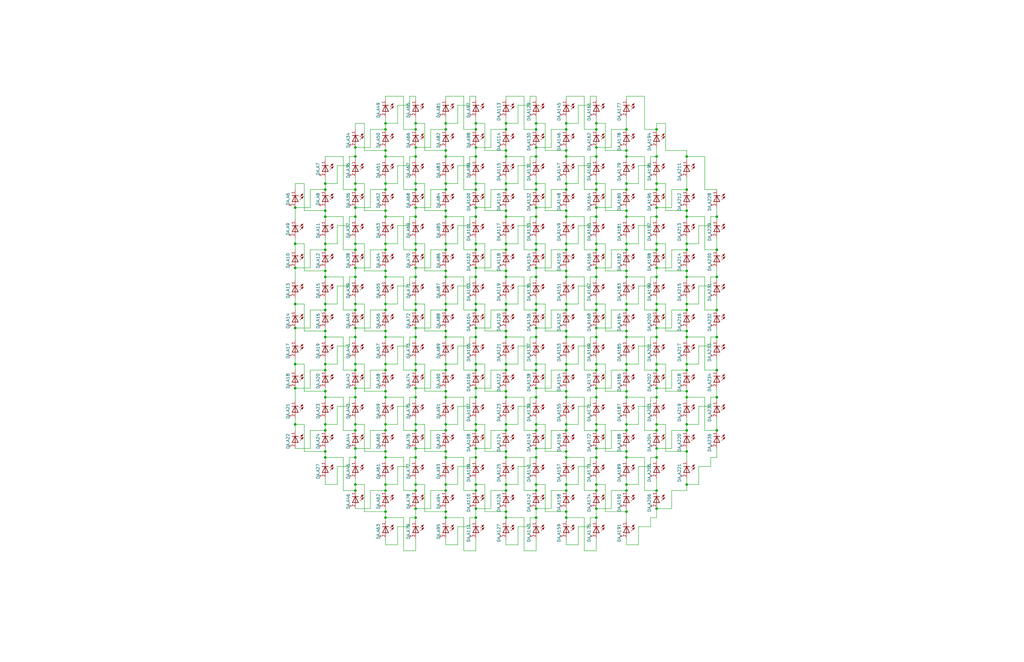
<source format=kicad_sch>
(kicad_sch (version 20250114) (generator "eeschema") (generator_version "9.0")
  (paper "User" 431.8 279.4)
  (junction (at 175.26 218.44))
  (junction (at 226.06 105.41))
  (junction (at 251.46 193.04))
  (junction (at 226.06 189.23))
  (junction (at 200.66 80.01))
  (junction (at 238.76 204.47))
  (junction (at 187.96 181.61))
  (junction (at 137.16 128.27))
  (junction (at 264.16 181.61))
  (junction (at 226.06 113.03))
  (junction (at 251.46 156.21))
  (junction (at 175.26 130.81))
  (junction (at 226.06 167.64))
  (junction (at 251.46 167.64))
  (junction (at 276.86 207.01))
  (junction (at 149.86 189.23))
  (junction (at 302.26 130.81))
  (junction (at 251.46 62.23))
  (junction (at 226.06 163.83))
  (junction (at 226.06 181.61))
  (junction (at 213.36 156.21))
  (junction (at 187.96 142.24))
  (junction (at 137.16 77.47))
  (junction (at 289.56 66.04))
  (junction (at 226.06 218.44))
  (junction (at 187.96 128.27))
  (junction (at 251.46 54.61))
  (junction (at 302.26 116.84))
  (junction (at 187.96 156.21))
  (junction (at 289.56 142.24))
  (junction (at 175.26 167.64))
  (junction (at 175.26 156.21))
  (junction (at 175.26 181.61))
  (junction (at 149.86 128.27))
  (junction (at 289.56 114.3))
  (junction (at 175.26 116.84))
  (junction (at 276.86 138.43))
  (junction (at 226.06 142.24))
  (junction (at 137.16 193.04))
  (junction (at 137.16 88.9))
  (junction (at 226.06 130.81))
  (junction (at 175.26 80.01))
  (junction (at 264.16 179.07))
  (junction (at 187.96 193.04))
  (junction (at 200.66 142.24))
  (junction (at 289.56 156.21))
  (junction (at 238.76 80.01))
  (junction (at 149.86 91.44))
  (junction (at 124.46 163.83))
  (junction (at 276.86 77.47))
  (junction (at 213.36 66.04))
  (junction (at 124.46 179.07))
  (junction (at 124.46 128.27))
  (junction (at 187.96 54.61))
  (junction (at 276.86 193.04))
  (junction (at 264.16 139.7))
  (junction (at 302.26 167.64))
  (junction (at 162.56 54.61))
  (junction (at 187.96 102.87))
  (junction (at 213.36 165.1))
  (junction (at 289.56 102.87))
  (junction (at 200.66 189.23))
  (junction (at 226.06 116.84))
  (junction (at 187.96 63.5))
  (junction (at 289.56 88.9))
  (junction (at 137.16 102.87))
  (junction (at 162.56 130.81))
  (junction (at 213.36 52.07))
  (junction (at 238.76 156.21))
  (junction (at 238.76 165.1))
  (junction (at 200.66 153.67))
  (junction (at 149.86 153.67))
  (junction (at 175.26 102.87))
  (junction (at 264.16 63.5))
  (junction (at 276.86 128.27))
  (junction (at 162.56 128.27))
  (junction (at 200.66 91.44))
  (junction (at 276.86 167.64))
  (junction (at 200.66 116.84))
  (junction (at 289.56 167.64))
  (junction (at 264.16 54.61))
  (junction (at 251.46 102.87))
  (junction (at 213.36 142.24))
  (junction (at 264.16 156.21))
  (junction (at 149.86 66.04))
  (junction (at 213.36 204.47))
  (junction (at 137.16 130.81))
  (junction (at 276.86 91.44))
  (junction (at 226.06 102.87))
  (junction (at 289.56 80.01))
  (junction (at 276.86 80.01))
  (junction (at 251.46 66.04))
  (junction (at 162.56 105.41))
  (junction (at 238.76 181.61))
  (junction (at 238.76 77.47))
  (junction (at 124.46 102.87))
  (junction (at 289.56 181.61))
  (junction (at 238.76 105.41))
  (junction (at 213.36 190.5))
  (junction (at 187.96 218.44))
  (junction (at 149.86 102.87))
  (junction (at 264.16 114.3))
  (junction (at 238.76 139.7))
  (junction (at 238.76 66.04))
  (junction (at 162.56 193.04))
  (junction (at 187.96 204.47))
  (junction (at 251.46 204.47))
  (junction (at 149.86 62.23))
  (junction (at 137.16 165.1))
  (junction (at 238.76 153.67))
  (junction (at 162.56 88.9))
  (junction (at 200.66 66.04))
  (junction (at 251.46 214.63))
  (junction (at 175.26 207.01))
  (junction (at 238.76 88.9))
  (junction (at 187.96 190.5))
  (junction (at 213.36 139.7))
  (junction (at 162.56 102.87))
  (junction (at 175.26 54.61))
  (junction (at 187.96 80.01))
  (junction (at 251.46 189.23))
  (junction (at 264.16 77.47))
  (junction (at 276.86 163.83))
  (junction (at 264.16 105.41))
  (junction (at 200.66 156.21))
  (junction (at 137.16 142.24))
  (junction (at 226.06 128.27))
  (junction (at 276.86 113.03))
  (junction (at 162.56 167.64))
  (junction (at 238.76 179.07))
  (junction (at 251.46 113.03))
  (junction (at 162.56 80.01))
  (junction (at 276.86 189.23))
  (junction (at 264.16 91.44))
  (junction (at 264.16 88.9))
  (junction (at 213.36 128.27))
  (junction (at 200.66 130.81))
  (junction (at 137.16 116.84))
  (junction (at 238.76 207.01))
  (junction (at 149.86 163.83))
  (junction (at 149.86 179.07))
  (junction (at 264.16 142.24))
  (junction (at 200.66 167.64))
  (junction (at 200.66 179.07))
  (junction (at 187.96 165.1))
  (junction (at 276.86 105.41))
  (junction (at 137.16 105.41))
  (junction (at 289.56 130.81))
  (junction (at 187.96 179.07))
  (junction (at 187.96 52.07))
  (junction (at 276.86 156.21))
  (junction (at 226.06 204.47))
  (junction (at 137.16 114.3))
  (junction (at 162.56 218.44))
  (junction (at 226.06 66.04))
  (junction (at 238.76 54.61))
  (junction (at 213.36 88.9))
  (junction (at 124.46 138.43))
  (junction (at 302.26 156.21))
  (junction (at 162.56 63.5))
  (junction (at 162.56 179.07))
  (junction (at 200.66 181.61))
  (junction (at 149.86 87.63))
  (junction (at 302.26 105.41))
  (junction (at 226.06 91.44))
  (junction (at 213.36 207.01))
  (junction (at 175.26 193.04))
  (junction (at 238.76 128.27))
  (junction (at 137.16 179.07))
  (junction (at 264.16 207.01))
  (junction (at 200.66 105.41))
  (junction (at 289.56 91.44))
  (junction (at 251.46 181.61))
  (junction (at 264.16 193.04))
  (junction (at 162.56 116.84))
  (junction (at 251.46 142.24))
  (junction (at 149.86 167.64))
  (junction (at 226.06 52.07))
  (junction (at 238.76 167.64))
  (junction (at 175.26 52.07))
  (junction (at 162.56 204.47))
  (junction (at 200.66 138.43))
  (junction (at 251.46 52.07))
  (junction (at 264.16 153.67))
  (junction (at 226.06 207.01))
  (junction (at 149.86 105.41))
  (junction (at 238.76 116.84))
  (junction (at 251.46 128.27))
  (junction (at 226.06 156.21))
  (junction (at 289.56 179.07))
  (junction (at 276.86 142.24))
  (junction (at 175.26 163.83))
  (junction (at 187.96 77.47))
  (junction (at 213.36 80.01))
  (junction (at 238.76 114.3))
  (junction (at 187.96 139.7))
  (junction (at 276.86 181.61))
  (junction (at 213.36 91.44))
  (junction (at 213.36 116.84))
  (junction (at 187.96 88.9))
  (junction (at 238.76 130.81))
  (junction (at 137.16 153.67))
  (junction (at 251.46 130.81))
  (junction (at 264.16 190.5))
  (junction (at 200.66 113.03))
  (junction (at 162.56 156.21))
  (junction (at 175.26 62.23))
  (junction (at 251.46 138.43))
  (junction (at 149.86 77.47))
  (junction (at 226.06 80.01))
  (junction (at 200.66 62.23))
  (junction (at 302.26 142.24))
  (junction (at 200.66 52.07))
  (junction (at 251.46 80.01))
  (junction (at 200.66 128.27))
  (junction (at 175.26 87.63))
  (junction (at 238.76 190.5))
  (junction (at 137.16 190.5))
  (junction (at 162.56 77.47))
  (junction (at 162.56 190.5))
  (junction (at 213.36 77.47))
  (junction (at 289.56 105.41))
  (junction (at 238.76 193.04))
  (junction (at 162.56 181.61))
  (junction (at 149.86 142.24))
  (junction (at 124.46 153.67))
  (junction (at 200.66 207.01))
  (junction (at 187.96 66.04))
  (junction (at 149.86 113.03))
  (junction (at 187.96 130.81))
  (junction (at 213.36 193.04))
  (junction (at 200.66 54.61))
  (junction (at 200.66 87.63))
  (junction (at 187.96 215.9))
  (junction (at 302.26 181.61))
  (junction (at 238.76 215.9))
  (junction (at 187.96 167.64))
  (junction (at 213.36 218.44))
  (junction (at 162.56 139.7))
  (junction (at 175.26 142.24))
  (junction (at 251.46 77.47))
  (junction (at 124.46 113.03))
  (junction (at 175.26 66.04))
  (junction (at 251.46 153.67))
  (junction (at 149.86 130.81))
  (junction (at 264.16 102.87))
  (junction (at 162.56 52.07))
  (junction (at 162.56 114.3))
  (junction (at 149.86 156.21))
  (junction (at 149.86 207.01))
  (junction (at 175.26 204.47))
  (junction (at 251.46 163.83))
  (junction (at 175.26 138.43))
  (junction (at 175.26 91.44))
  (junction (at 213.36 114.3))
  (junction (at 213.36 179.07))
  (junction (at 187.96 116.84))
  (junction (at 251.46 179.07))
  (junction (at 162.56 207.01))
  (junction (at 200.66 102.87))
  (junction (at 251.46 207.01))
  (junction (at 251.46 218.44))
  (junction (at 200.66 77.47))
  (junction (at 264.16 116.84))
  (junction (at 124.46 87.63))
  (junction (at 238.76 63.5))
  (junction (at 238.76 218.44))
  (junction (at 162.56 215.9))
  (junction (at 276.86 130.81))
  (junction (at 137.16 139.7))
  (junction (at 213.36 54.61))
  (junction (at 238.76 102.87))
  (junction (at 200.66 214.63))
  (junction (at 238.76 52.07))
  (junction (at 213.36 105.41))
  (junction (at 276.86 66.04))
  (junction (at 162.56 165.1))
  (junction (at 162.56 153.67))
  (junction (at 289.56 128.27))
  (junction (at 264.16 66.04))
  (junction (at 238.76 91.44))
  (junction (at 213.36 181.61))
  (junction (at 276.86 116.84))
  (junction (at 137.16 80.01))
  (junction (at 149.86 116.84))
  (junction (at 175.26 105.41))
  (junction (at 200.66 218.44))
  (junction (at 264.16 167.64))
  (junction (at 264.16 128.27))
  (junction (at 289.56 153.67))
  (junction (at 276.86 54.61))
  (junction (at 289.56 139.7))
  (junction (at 149.86 181.61))
  (junction (at 200.66 204.47))
  (junction (at 302.26 91.44))
  (junction (at 200.66 163.83))
  (junction (at 226.06 179.07))
  (junction (at 175.26 113.03))
  (junction (at 213.36 130.81))
  (junction (at 175.26 128.27))
  (junction (at 175.26 189.23))
  (junction (at 276.86 153.67))
  (junction (at 264.16 130.81))
  (junction (at 149.86 138.43))
  (junction (at 200.66 193.04))
  (junction (at 251.46 87.63))
  (junction (at 213.36 63.5))
  (junction (at 187.96 207.01))
  (junction (at 264.16 80.01))
  (junction (at 226.06 214.63))
  (junction (at 289.56 165.1))
  (junction (at 226.06 138.43))
  (junction (at 276.86 87.63))
  (junction (at 175.26 77.47))
  (junction (at 289.56 204.47))
  (junction (at 289.56 190.5))
  (junction (at 238.76 142.24))
  (junction (at 149.86 204.47))
  (junction (at 226.06 77.47))
  (junction (at 251.46 91.44))
  (junction (at 264.16 204.47))
  (junction (at 226.06 62.23))
  (junction (at 137.16 91.44))
  (junction (at 264.16 215.9))
  (junction (at 213.36 102.87))
  (junction (at 162.56 142.24))
  (junction (at 226.06 153.67))
  (junction (at 226.06 193.04))
  (junction (at 187.96 91.44))
  (junction (at 175.26 179.07))
  (junction (at 213.36 153.67))
  (junction (at 187.96 105.41))
  (junction (at 137.16 156.21))
  (junction (at 251.46 105.41))
  (junction (at 175.26 153.67))
  (junction (at 149.86 80.01))
  (junction (at 187.96 114.3))
  (junction (at 162.56 66.04))
  (junction (at 149.86 193.04))
  (junction (at 213.36 215.9))
  (junction (at 162.56 91.44))
  (junction (at 213.36 167.64))
  (junction (at 289.56 116.84))
  (junction (at 137.16 181.61))
  (junction (at 226.06 54.61))
  (junction (at 137.16 167.64))
  (junction (at 276.86 179.07))
  (junction (at 251.46 116.84))
  (junction (at 276.86 102.87))
  (junction (at 264.16 165.1))
  (junction (at 276.86 214.63))
  (junction (at 175.26 214.63))
  (junction (at 226.06 87.63))
  (junction (at 187.96 153.67))
  (wire (pts (xy 226.06 153.67) (xy 229.87 153.67)))
  (wire (pts (xy 238.76 49.53) (xy 238.76 52.07)))
  (wire (pts (xy 130.81 80.01) (xy 137.16 80.01)))
  (wire (pts (xy 246.38 218.44) (xy 246.38 232.41)))
  (wire (pts (xy 226.06 113.03) (xy 232.41 113.03)))
  (wire (pts (xy 264.16 190.5) (xy 264.16 193.04)))
  (wire (pts (xy 271.78 66.04) (xy 264.16 66.04)))
  (wire (pts (xy 207.01 54.61) (xy 207.01 62.23)))
  (wire (pts (xy 238.76 62.23) (xy 238.76 63.5)))
  (wire (pts (xy 167.64 171.45) (xy 172.72 171.45)))
  (wire (pts (xy 271.78 54.61) (xy 276.86 54.61)))
  (wire (pts (xy 289.56 168.91) (xy 289.56 167.64)))
  (wire (pts (xy 220.98 105.41) (xy 226.06 105.41)))
  (wire (pts (xy 213.36 102.87) (xy 218.44 102.87)))
  (wire (pts (xy 204.47 190.5) (xy 213.36 190.5)))
  (wire (pts (xy 251.46 204.47) (xy 251.46 207.01)))
  (wire (pts (xy 137.16 118.11) (xy 137.16 116.84)))
  (wire (pts (xy 255.27 179.07) (xy 255.27 190.5)))
  (wire (pts (xy 193.04 146.05) (xy 198.12 146.05)))
  (wire (pts (xy 251.46 218.44) (xy 251.46 219.71)))
  (wire (pts (xy 167.64 153.67) (xy 167.64 146.05)))
  (wire (pts (xy 238.76 113.03) (xy 238.76 114.3)))
  (wire (pts (xy 144.78 193.04) (xy 144.78 207.01)))
  (wire (pts (xy 229.87 52.07) (xy 229.87 63.5)))
  (wire (pts (xy 162.56 74.93) (xy 162.56 77.47)))
  (wire (pts (xy 276.86 163.83) (xy 276.86 167.64)))
  (wire (pts (xy 187.96 139.7) (xy 187.96 142.24)))
  (wire (pts (xy 187.96 143.51) (xy 187.96 142.24)))
  (wire (pts (xy 229.87 153.67) (xy 229.87 165.1)))
  (wire (pts (xy 175.26 102.87) (xy 179.07 102.87)))
  (wire (pts (xy 276.86 113.03) (xy 276.86 116.84)))
  (wire (pts (xy 248.92 95.25) (xy 248.92 91.44)))
  (wire (pts (xy 255.27 102.87) (xy 255.27 114.3)))
  (wire (pts (xy 229.87 179.07) (xy 229.87 190.5)))
  (wire (pts (xy 271.78 193.04) (xy 271.78 207.01)))
  (wire (pts (xy 144.78 167.64) (xy 144.78 181.61)))
  (wire (pts (xy 283.21 181.61) (xy 283.21 189.23)))
  (wire (pts (xy 198.12 167.64) (xy 200.66 167.64)))
  (wire (pts (xy 144.78 167.64) (xy 137.16 167.64)))
  (wire (pts (xy 195.58 142.24) (xy 187.96 142.24)))
  (wire (pts (xy 218.44 95.25) (xy 223.52 95.25)))
  (wire (pts (xy 226.06 179.07) (xy 229.87 179.07)))
  (wire (pts (xy 153.67 204.47) (xy 153.67 215.9)))
  (wire (pts (xy 156.21 156.21) (xy 156.21 163.83)))
  (wire (pts (xy 200.66 128.27) (xy 200.66 130.81)))
  (wire (pts (xy 162.56 163.83) (xy 162.56 165.1)))
  (wire (pts (xy 187.96 194.31) (xy 187.96 193.04)))
  (wire (pts (xy 257.81 207.01) (xy 264.16 207.01)))
  (wire (pts (xy 238.76 219.71) (xy 238.76 218.44)))
  (wire (pts (xy 269.24 128.27) (xy 269.24 120.65)))
  (wire (pts (xy 128.27 165.1) (xy 137.16 165.1)))
  (wire (pts (xy 213.36 92.71) (xy 213.36 91.44)))
  (wire (pts (xy 124.46 153.67) (xy 128.27 153.67)))
  (wire (pts (xy 248.92 120.65) (xy 248.92 116.84)))
  (wire (pts (xy 302.26 125.73) (xy 302.26 130.81)))
  (wire (pts (xy 172.72 193.04) (xy 175.26 193.04)))
  (wire (pts (xy 195.58 66.04) (xy 187.96 66.04)))
  (wire (pts (xy 283.21 105.41) (xy 283.21 113.03)))
  (wire (pts (xy 226.06 125.73) (xy 226.06 128.27)))
  (wire (pts (xy 213.36 168.91) (xy 213.36 167.64)))
  (wire (pts (xy 175.26 52.07) (xy 179.07 52.07)))
  (wire (pts (xy 149.86 74.93) (xy 149.86 77.47)))
  (wire (pts (xy 137.16 77.47) (xy 142.24 77.47)))
  (wire (pts (xy 243.84 222.25) (xy 248.92 222.25)))
  (wire (pts (xy 229.87 204.47) (xy 229.87 215.9)))
  (wire (pts (xy 187.96 63.5) (xy 187.96 66.04)))
  (wire (pts (xy 207.01 54.61) (xy 213.36 54.61)))
  (wire (pts (xy 162.56 77.47) (xy 167.64 77.47)))
  (wire (pts (xy 200.66 77.47) (xy 204.47 77.47)))
  (wire (pts (xy 142.24 77.47) (xy 142.24 69.85)))
  (wire (pts (xy 170.18 40.64) (xy 162.56 40.64)))
  (wire (pts (xy 162.56 102.87) (xy 162.56 105.41)))
  (wire (pts (xy 187.96 113.03) (xy 187.96 114.3)))
  (wire (pts (xy 289.56 102.87) (xy 289.56 105.41)))
  (wire (pts (xy 198.12 218.44) (xy 200.66 218.44)))
  (wire (pts (xy 276.86 102.87) (xy 280.67 102.87)))
  (wire (pts (xy 276.86 128.27) (xy 276.86 130.81)))
  (wire (pts (xy 264.16 63.5) (xy 264.16 66.04)))
  (wire (pts (xy 149.86 100.33) (xy 149.86 102.87)))
  (wire (pts (xy 246.38 207.01) (xy 251.46 207.01)))
  (wire (pts (xy 226.06 100.33) (xy 226.06 102.87)))
  (wire (pts (xy 271.78 207.01) (xy 276.86 207.01)))
  (wire (pts (xy 264.16 204.47) (xy 264.16 207.01)))
  (wire (pts (xy 251.46 128.27) (xy 251.46 130.81)))
  (wire (pts (xy 175.26 62.23) (xy 175.26 66.04)))
  (wire (pts (xy 271.78 91.44) (xy 264.16 91.44)))
  (wire (pts (xy 294.64 171.45) (xy 299.72 171.45)))
  (wire (pts (xy 137.16 153.67) (xy 137.16 156.21)))
  (wire (pts (xy 257.81 181.61) (xy 257.81 189.23)))
  (wire (pts (xy 264.16 74.93) (xy 264.16 77.47)))
  (wire (pts (xy 220.98 167.64) (xy 220.98 181.61)))
  (wire (pts (xy 156.21 105.41) (xy 156.21 113.03)))
  (wire (pts (xy 207.01 156.21) (xy 213.36 156.21)))
  (wire (pts (xy 149.86 138.43) (xy 156.21 138.43)))
  (wire (pts (xy 149.86 214.63) (xy 156.21 214.63)))
  (wire (pts (xy 181.61 207.01) (xy 181.61 214.63)))
  (wire (pts (xy 175.26 204.47) (xy 175.26 207.01)))
  (wire (pts (xy 142.24 171.45) (xy 147.32 171.45)))
  (wire (pts (xy 223.52 218.44) (xy 226.06 218.44)))
  (wire (pts (xy 200.66 163.83) (xy 207.01 163.83)))
  (wire (pts (xy 269.24 153.67) (xy 269.24 146.05)))
  (wire (pts (xy 175.26 102.87) (xy 175.26 105.41)))
  (wire (pts (xy 276.86 74.93) (xy 276.86 77.47)))
  (wire (pts (xy 149.86 113.03) (xy 156.21 113.03)))
  (wire (pts (xy 200.66 189.23) (xy 207.01 189.23)))
  (wire (pts (xy 200.66 77.47) (xy 200.66 80.01)))
  (wire (pts (xy 162.56 128.27) (xy 167.64 128.27)))
  (wire (pts (xy 294.64 95.25) (xy 299.72 95.25)))
  (wire (pts (xy 248.92 142.24) (xy 251.46 142.24)))
  (wire (pts (xy 255.27 88.9) (xy 264.16 88.9)))
  (wire (pts (xy 246.38 80.01) (xy 251.46 80.01)))
  (wire (pts (xy 207.01 105.41) (xy 207.01 113.03)))
  (wire (pts (xy 255.27 215.9) (xy 264.16 215.9)))
  (wire (pts (xy 193.04 128.27) (xy 193.04 120.65)))
  (wire (pts (xy 294.64 196.85) (xy 299.72 196.85)))
  (wire (pts (xy 269.24 95.25) (xy 274.32 95.25)))
  (wire (pts (xy 179.07 114.3) (xy 187.96 114.3)))
  (wire (pts (xy 283.21 156.21) (xy 289.56 156.21)))
  (wire (pts (xy 251.46 179.07) (xy 255.27 179.07)))
  (wire (pts (xy 193.04 153.67) (xy 193.04 146.05)))
  (wire (pts (xy 223.52 193.04) (xy 226.06 193.04)))
  (wire (pts (xy 153.67 139.7) (xy 162.56 139.7)))
  (wire (pts (xy 226.06 218.44) (xy 226.06 219.71)))
  (wire (pts (xy 276.86 201.93) (xy 276.86 207.01)))
  (wire (pts (xy 226.06 163.83) (xy 226.06 167.64)))
  (wire (pts (xy 170.18 218.44) (xy 170.18 232.41)))
  (wire (pts (xy 226.06 102.87) (xy 229.87 102.87)))
  (wire (pts (xy 179.07 204.47) (xy 179.07 215.9)))
  (wire (pts (xy 170.18 232.41) (xy 175.26 232.41)))
  (wire (pts (xy 172.72 44.45) (xy 172.72 40.64)))
  (wire (pts (xy 264.16 49.53) (xy 264.16 54.61)))
  (wire (pts (xy 162.56 67.31) (xy 162.56 66.04)))
  (wire (pts (xy 162.56 125.73) (xy 162.56 128.27)))
  (wire (pts (xy 220.98 232.41) (xy 226.06 232.41)))
  (wire (pts (xy 280.67 77.47) (xy 280.67 88.9)))
  (wire (pts (xy 289.56 201.93) (xy 289.56 204.47)))
  (wire (pts (xy 198.12 116.84) (xy 200.66 116.84)))
  (wire (pts (xy 124.46 100.33) (xy 124.46 102.87)))
  (wire (pts (xy 283.21 80.01) (xy 289.56 80.01)))
  (wire (pts (xy 238.76 77.47) (xy 243.84 77.47)))
  (wire (pts (xy 220.98 142.24) (xy 220.98 156.21)))
  (wire (pts (xy 276.86 142.24) (xy 276.86 143.51)))
  (wire (pts (xy 226.06 87.63) (xy 226.06 91.44)))
  (wire (pts (xy 130.81 80.01) (xy 130.81 87.63)))
  (wire (pts (xy 213.36 219.71) (xy 213.36 218.44)))
  (wire (pts (xy 251.46 113.03) (xy 251.46 116.84)))
  (wire (pts (xy 232.41 130.81) (xy 238.76 130.81)))
  (wire (pts (xy 149.86 128.27) (xy 153.67 128.27)))
  (wire (pts (xy 251.46 87.63) (xy 251.46 91.44)))
  (wire (pts (xy 264.16 189.23) (xy 264.16 190.5)))
  (wire (pts (xy 137.16 128.27) (xy 137.16 130.81)))
  (wire (pts (xy 238.76 163.83) (xy 238.76 165.1)))
  (wire (pts (xy 218.44 204.47) (xy 218.44 196.85)))
  (wire (pts (xy 137.16 176.53) (xy 137.16 179.07)))
  (wire (pts (xy 149.86 179.07) (xy 153.67 179.07)))
  (wire (pts (xy 124.46 138.43) (xy 130.81 138.43)))
  (wire (pts (xy 144.78 80.01) (xy 149.86 80.01)))
  (wire (pts (xy 299.72 95.25) (xy 299.72 91.44)))
  (wire (pts (xy 149.86 125.73) (xy 149.86 128.27)))
  (wire (pts (xy 238.76 227.33) (xy 238.76 229.87)))
  (wire (pts (xy 170.18 91.44) (xy 170.18 105.41)))
  (wire (pts (xy 193.04 171.45) (xy 198.12 171.45)))
  (wire (pts (xy 200.66 179.07) (xy 204.47 179.07)))
  (wire (pts (xy 175.26 113.03) (xy 181.61 113.03)))
  (wire (pts (xy 276.86 52.07) (xy 280.67 52.07)))
  (wire (pts (xy 226.06 189.23) (xy 232.41 189.23)))
  (wire (pts (xy 195.58 181.61) (xy 200.66 181.61)))
  (wire (pts (xy 200.66 193.04) (xy 200.66 194.31)))
  (wire (pts (xy 167.64 229.87) (xy 167.64 222.25)))
  (wire (pts (xy 251.46 91.44) (xy 251.46 92.71)))
  (wire (pts (xy 124.46 179.07) (xy 124.46 181.61)))
  (wire (pts (xy 274.32 91.44) (xy 276.86 91.44)))
  (wire (pts (xy 294.64 179.07) (xy 294.64 171.45)))
  (wire (pts (xy 167.64 204.47) (xy 167.64 196.85)))
  (wire (pts (xy 255.27 190.5) (xy 264.16 190.5)))
  (wire (pts (xy 246.38 116.84) (xy 238.76 116.84)))
  (wire (pts (xy 297.18 142.24) (xy 289.56 142.24)))
  (wire (pts (xy 181.61 181.61) (xy 187.96 181.61)))
  (wire (pts (xy 200.66 87.63) (xy 200.66 91.44)))
  (wire (pts (xy 124.46 128.27) (xy 128.27 128.27)))
  (wire (pts (xy 280.67 165.1) (xy 289.56 165.1)))
  (wire (pts (xy 153.67 77.47) (xy 153.67 88.9)))
  (wire (pts (xy 149.86 102.87) (xy 149.86 105.41)))
  (wire (pts (xy 289.56 143.51) (xy 289.56 142.24)))
  (wire (pts (xy 179.07 88.9) (xy 187.96 88.9)))
  (wire (pts (xy 213.36 229.87) (xy 218.44 229.87)))
  (wire (pts (xy 170.18 193.04) (xy 162.56 193.04)))
  (wire (pts (xy 162.56 204.47) (xy 162.56 207.01)))
  (wire (pts (xy 264.16 77.47) (xy 269.24 77.47)))
  (wire (pts (xy 137.16 128.27) (xy 142.24 128.27)))
  (wire (pts (xy 149.86 91.44) (xy 149.86 92.71)))
  (wire (pts (xy 229.87 77.47) (xy 229.87 88.9)))
  (wire (pts (xy 130.81 105.41) (xy 137.16 105.41)))
  (wire (pts (xy 149.86 138.43) (xy 149.86 142.24)))
  (wire (pts (xy 276.86 116.84) (xy 276.86 118.11)))
  (wire (pts (xy 299.72 91.44) (xy 302.26 91.44)))
  (wire (pts (xy 149.86 87.63) (xy 156.21 87.63)))
  (wire (pts (xy 167.64 77.47) (xy 167.64 69.85)))
  (wire (pts (xy 251.46 214.63) (xy 251.46 218.44)))
  (wire (pts (xy 251.46 49.53) (xy 251.46 52.07)))
  (wire (pts (xy 172.72 95.25) (xy 172.72 91.44)))
  (wire (pts (xy 243.84 44.45) (xy 248.92 44.45)))
  (wire (pts (xy 175.26 116.84) (xy 175.26 118.11)))
  (wire (pts (xy 243.84 77.47) (xy 243.84 69.85)))
  (wire (pts (xy 207.01 80.01) (xy 207.01 87.63)))
  (wire (pts (xy 181.61 80.01) (xy 187.96 80.01)))
  (wire (pts (xy 156.21 54.61) (xy 162.56 54.61)))
  (wire (pts (xy 175.26 153.67) (xy 179.07 153.67)))
  (wire (pts (xy 175.26 87.63) (xy 181.61 87.63)))
  (wire (pts (xy 251.46 100.33) (xy 251.46 102.87)))
  (wire (pts (xy 246.38 40.64) (xy 238.76 40.64)))
  (wire (pts (xy 299.72 167.64) (xy 302.26 167.64)))
  (wire (pts (xy 179.07 153.67) (xy 179.07 165.1)))
  (wire (pts (xy 274.32 120.65) (xy 274.32 116.84)))
  (wire (pts (xy 144.78 105.41) (xy 149.86 105.41)))
  (wire (pts (xy 149.86 201.93) (xy 149.86 204.47)))
  (wire (pts (xy 251.46 52.07) (xy 255.27 52.07)))
  (wire (pts (xy 195.58 167.64) (xy 187.96 167.64)))
  (wire (pts (xy 179.07 102.87) (xy 179.07 114.3)))
  (wire (pts (xy 162.56 190.5) (xy 162.56 193.04)))
  (wire (pts (xy 124.46 138.43) (xy 124.46 143.51)))
  (wire (pts (xy 251.46 167.64) (xy 251.46 168.91)))
  (wire (pts (xy 187.96 165.1) (xy 187.96 167.64)))
  (wire (pts (xy 226.06 227.33) (xy 226.06 232.41)))
  (wire (pts (xy 297.18 105.41) (xy 302.26 105.41)))
  (wire (pts (xy 200.66 189.23) (xy 200.66 193.04)))
  (wire (pts (xy 213.36 77.47) (xy 218.44 77.47)))
  (wire (pts (xy 238.76 118.11) (xy 238.76 116.84)))
  (wire (pts (xy 251.46 52.07) (xy 251.46 54.61)))
  (wire (pts (xy 181.61 105.41) (xy 181.61 113.03)))
  (wire (pts (xy 149.86 116.84) (xy 149.86 118.11)))
  (wire (pts (xy 137.16 67.31) (xy 137.16 66.04)))
  (wire (pts (xy 251.46 40.64) (xy 251.46 41.91)))
  (wire (pts (xy 187.96 214.63) (xy 187.96 215.9)))
  (wire (pts (xy 198.12 196.85) (xy 198.12 193.04)))
  (wire (pts (xy 213.36 52.07) (xy 213.36 54.61)))
  (wire (pts (xy 238.76 189.23) (xy 238.76 190.5)))
  (wire (pts (xy 172.72 167.64) (xy 175.26 167.64)))
  (wire (pts (xy 137.16 165.1) (xy 137.16 167.64)))
  (wire (pts (xy 276.86 77.47) (xy 280.67 77.47)))
  (wire (pts (xy 187.96 62.23) (xy 187.96 63.5)))
  (wire (pts (xy 170.18 91.44) (xy 162.56 91.44)))
  (wire (pts (xy 147.32 142.24) (xy 149.86 142.24)))
  (wire (pts (xy 128.27 114.3) (xy 137.16 114.3)))
  (wire (pts (xy 213.36 88.9) (xy 213.36 91.44)))
  (wire (pts (xy 175.26 214.63) (xy 175.26 218.44)))
  (wire (pts (xy 302.26 87.63) (xy 302.26 91.44)))
  (wire (pts (xy 276.86 87.63) (xy 276.86 91.44)))
  (wire (pts (xy 193.04 95.25) (xy 198.12 95.25)))
  (wire (pts (xy 269.24 77.47) (xy 269.24 69.85)))
  (wire (pts (xy 124.46 125.73) (xy 124.46 128.27)))
  (wire (pts (xy 229.87 165.1) (xy 238.76 165.1)))
  (wire (pts (xy 302.26 176.53) (xy 302.26 181.61)))
  (wire (pts (xy 124.46 87.63) (xy 124.46 92.71)))
  (wire (pts (xy 226.06 189.23) (xy 226.06 193.04)))
  (wire (pts (xy 187.96 41.91) (xy 187.96 40.64)))
  (wire (pts (xy 144.78 91.44) (xy 137.16 91.44)))
  (wire (pts (xy 128.27 139.7) (xy 137.16 139.7)))
  (wire (pts (xy 255.27 165.1) (xy 264.16 165.1)))
  (wire (pts (xy 187.96 67.31) (xy 187.96 66.04)))
  (wire (pts (xy 200.66 113.03) (xy 207.01 113.03)))
  (wire (pts (xy 238.76 194.31) (xy 238.76 193.04)))
  (wire (pts (xy 187.96 49.53) (xy 187.96 52.07)))
  (wire (pts (xy 271.78 167.64) (xy 271.78 181.61)))
  (wire (pts (xy 255.27 128.27) (xy 255.27 139.7)))
  (wire (pts (xy 246.38 40.64) (xy 246.38 54.61)))
  (wire (pts (xy 229.87 139.7) (xy 238.76 139.7)))
  (wire (pts (xy 193.04 204.47) (xy 193.04 196.85)))
  (wire (pts (xy 213.36 176.53) (xy 213.36 179.07)))
  (wire (pts (xy 289.56 128.27) (xy 294.64 128.27)))
  (wire (pts (xy 294.64 153.67) (xy 294.64 146.05)))
  (wire (pts (xy 187.96 125.73) (xy 187.96 128.27)))
  (wire (pts (xy 124.46 176.53) (xy 124.46 179.07)))
  (wire (pts (xy 264.16 128.27) (xy 264.16 130.81)))
  (wire (pts (xy 289.56 190.5) (xy 289.56 194.31)))
  (wire (pts (xy 246.38 105.41) (xy 251.46 105.41)))
  (wire (pts (xy 147.32 66.04) (xy 149.86 66.04)))
  (wire (pts (xy 238.76 165.1) (xy 238.76 167.64)))
  (wire (pts (xy 264.16 100.33) (xy 264.16 102.87)))
  (wire (pts (xy 294.64 204.47) (xy 294.64 196.85)))
  (wire (pts (xy 213.36 179.07) (xy 213.36 181.61)))
  (wire (pts (xy 220.98 80.01) (xy 226.06 80.01)))
  (wire (pts (xy 162.56 138.43) (xy 162.56 139.7)))
  (wire (pts (xy 264.16 179.07) (xy 269.24 179.07)))
  (wire (pts (xy 147.32 69.85) (xy 147.32 66.04)))
  (wire (pts (xy 294.64 120.65) (xy 299.72 120.65)))
  (wire (pts (xy 264.16 143.51) (xy 264.16 142.24)))
  (wire (pts (xy 175.26 204.47) (xy 179.07 204.47)))
  (wire (pts (xy 187.96 179.07) (xy 193.04 179.07)))
  (wire (pts (xy 220.98 54.61) (xy 226.06 54.61)))
  (wire (pts (xy 179.07 128.27) (xy 179.07 139.7)))
  (wire (pts (xy 204.47 63.5) (xy 213.36 63.5)))
  (wire (pts (xy 238.76 190.5) (xy 238.76 193.04)))
  (wire (pts (xy 218.44 128.27) (xy 218.44 120.65)))
  (wire (pts (xy 175.26 142.24) (xy 175.26 143.51)))
  (wire (pts (xy 172.72 69.85) (xy 172.72 66.04)))
  (wire (pts (xy 149.86 102.87) (xy 153.67 102.87)))
  (wire (pts (xy 276.86 100.33) (xy 276.86 102.87)))
  (wire (pts (xy 276.86 179.07) (xy 276.86 181.61)))
  (wire (pts (xy 175.26 151.13) (xy 175.26 153.67)))
  (wire (pts (xy 193.04 229.87) (xy 193.04 222.25)))
  (wire (pts (xy 175.26 100.33) (xy 175.26 102.87)))
  (wire (pts (xy 200.66 218.44) (xy 200.66 219.71)))
  (wire (pts (xy 251.46 214.63) (xy 257.81 214.63)))
  (wire (pts (xy 167.64 179.07) (xy 167.64 171.45)))
  (wire (pts (xy 302.26 151.13) (xy 302.26 156.21)))
  (wire (pts (xy 204.47 179.07) (xy 204.47 190.5)))
  (wire (pts (xy 187.96 189.23) (xy 187.96 190.5)))
  (wire (pts (xy 232.41 156.21) (xy 238.76 156.21)))
  (wire (pts (xy 238.76 204.47) (xy 238.76 207.01)))
  (wire (pts (xy 142.24 69.85) (xy 147.32 69.85)))
  (wire (pts (xy 172.72 146.05) (xy 172.72 142.24)))
  (wire (pts (xy 175.26 218.44) (xy 175.26 219.71)))
  (wire (pts (xy 142.24 120.65) (xy 147.32 120.65)))
  (wire (pts (xy 162.56 114.3) (xy 162.56 116.84)))
  (wire (pts (xy 289.56 179.07) (xy 289.56 181.61)))
  (wire (pts (xy 269.24 102.87) (xy 269.24 95.25)))
  (wire (pts (xy 246.38 54.61) (xy 251.46 54.61)))
  (wire (pts (xy 226.06 201.93) (xy 226.06 204.47)))
  (wire (pts (xy 187.96 87.63) (xy 187.96 88.9)))
  (wire (pts (xy 226.06 77.47) (xy 226.06 80.01)))
  (wire (pts (xy 220.98 40.64) (xy 213.36 40.64)))
  (wire (pts (xy 142.24 102.87) (xy 142.24 95.25)))
  (wire (pts (xy 243.84 146.05) (xy 248.92 146.05)))
  (wire (pts (xy 255.27 114.3) (xy 264.16 114.3)))
  (wire (pts (xy 232.41 207.01) (xy 238.76 207.01)))
  (wire (pts (xy 167.64 69.85) (xy 172.72 69.85)))
  (wire (pts (xy 142.24 146.05) (xy 147.32 146.05)))
  (wire (pts (xy 243.84 95.25) (xy 248.92 95.25)))
  (wire (pts (xy 187.96 204.47) (xy 187.96 207.01)))
  (wire (pts (xy 167.64 95.25) (xy 172.72 95.25)))
  (wire (pts (xy 200.66 201.93) (xy 200.66 204.47)))
  (wire (pts (xy 162.56 165.1) (xy 162.56 167.64)))
  (wire (pts (xy 299.72 171.45) (xy 299.72 167.64)))
  (wire (pts (xy 274.32 218.44) (xy 276.86 218.44)))
  (wire (pts (xy 218.44 69.85) (xy 223.52 69.85)))
  (wire (pts (xy 264.16 201.93) (xy 264.16 204.47)))
  (wire (pts (xy 170.18 181.61) (xy 175.26 181.61)))
  (wire (pts (xy 220.98 181.61) (xy 226.06 181.61)))
  (wire (pts (xy 226.06 214.63) (xy 232.41 214.63)))
  (wire (pts (xy 162.56 92.71) (xy 162.56 91.44)))
  (wire (pts (xy 238.76 92.71) (xy 238.76 91.44)))
  (wire (pts (xy 289.56 163.83) (xy 289.56 165.1)))
  (wire (pts (xy 269.24 196.85) (xy 274.32 196.85)))
  (wire (pts (xy 257.81 105.41) (xy 257.81 113.03)))
  (wire (pts (xy 153.67 153.67) (xy 153.67 165.1)))
  (wire (pts (xy 187.96 153.67) (xy 193.04 153.67)))
  (wire (pts (xy 200.66 153.67) (xy 200.66 156.21)))
  (wire (pts (xy 213.36 41.91) (xy 213.36 40.64)))
  (wire (pts (xy 257.81 156.21) (xy 264.16 156.21)))
  (wire (pts (xy 232.41 207.01) (xy 232.41 214.63)))
  (wire (pts (xy 137.16 201.93) (xy 137.16 204.47)))
  (wire (pts (xy 149.86 87.63) (xy 149.86 91.44)))
  (wire (pts (xy 226.06 74.93) (xy 226.06 77.47)))
  (wire (pts (xy 220.98 193.04) (xy 220.98 207.01)))
  (wire (pts (xy 238.76 114.3) (xy 238.76 116.84)))
  (wire (pts (xy 280.67 190.5) (xy 289.56 190.5)))
  (wire (pts (xy 271.78 66.04) (xy 271.78 80.01)))
  (wire (pts (xy 162.56 41.91) (xy 162.56 40.64)))
  (wire (pts (xy 274.32 196.85) (xy 274.32 193.04)))
  (wire (pts (xy 195.58 66.04) (xy 195.58 80.01)))
  (wire (pts (xy 251.46 201.93) (xy 251.46 204.47)))
  (wire (pts (xy 130.81 181.61) (xy 130.81 189.23)))
  (wire (pts (xy 246.38 193.04) (xy 246.38 207.01)))
  (wire (pts (xy 251.46 189.23) (xy 257.81 189.23)))
  (wire (pts (xy 172.72 91.44) (xy 175.26 91.44)))
  (wire (pts (xy 149.86 163.83) (xy 149.86 167.64)))
  (wire (pts (xy 130.81 181.61) (xy 137.16 181.61)))
  (wire (pts (xy 204.47 102.87) (xy 204.47 114.3)))
  (wire (pts (xy 271.78 116.84) (xy 271.78 130.81)))
  (wire (pts (xy 137.16 204.47) (xy 142.24 204.47)))
  (wire (pts (xy 187.96 215.9) (xy 187.96 218.44)))
  (wire (pts (xy 251.46 227.33) (xy 251.46 232.41)))
  (wire (pts (xy 200.66 176.53) (xy 200.66 179.07)))
  (wire (pts (xy 198.12 69.85) (xy 198.12 66.04)))
  (wire (pts (xy 251.46 189.23) (xy 251.46 193.04)))
  (wire (pts (xy 251.46 176.53) (xy 251.46 179.07)))
  (wire (pts (xy 251.46 113.03) (xy 257.81 113.03)))
  (wire (pts (xy 226.06 204.47) (xy 229.87 204.47)))
  (wire (pts (xy 200.66 142.24) (xy 200.66 143.51)))
  (wire (pts (xy 220.98 66.04) (xy 220.98 80.01)))
  (wire (pts (xy 274.32 142.24) (xy 276.86 142.24)))
  (wire (pts (xy 302.26 138.43) (xy 302.26 142.24)))
  (wire (pts (xy 207.01 105.41) (xy 213.36 105.41)))
  (wire (pts (xy 264.16 163.83) (xy 264.16 165.1)))
  (wire (pts (xy 213.36 163.83) (xy 213.36 165.1)))
  (wire (pts (xy 269.24 69.85) (xy 274.32 69.85)))
  (wire (pts (xy 187.96 179.07) (xy 187.96 181.61)))
  (wire (pts (xy 238.76 214.63) (xy 238.76 215.9)))
  (wire (pts (xy 193.04 222.25) (xy 198.12 222.25)))
  (wire (pts (xy 181.61 54.61) (xy 187.96 54.61)))
  (wire (pts (xy 218.44 120.65) (xy 223.52 120.65)))
  (wire (pts (xy 193.04 196.85) (xy 198.12 196.85)))
  (wire (pts (xy 153.67 63.5) (xy 162.56 63.5)))
  (wire (pts (xy 238.76 87.63) (xy 238.76 88.9)))
  (wire (pts (xy 147.32 196.85) (xy 147.32 193.04)))
  (wire (pts (xy 128.27 128.27) (xy 128.27 139.7)))
  (wire (pts (xy 220.98 142.24) (xy 213.36 142.24)))
  (wire (pts (xy 195.58 193.04) (xy 187.96 193.04)))
  (wire (pts (xy 264.16 214.63) (xy 264.16 215.9)))
  (wire (pts (xy 149.86 176.53) (xy 149.86 179.07)))
  (wire (pts (xy 149.86 142.24) (xy 149.86 143.51)))
  (wire (pts (xy 246.38 91.44) (xy 246.38 105.41)))
  (wire (pts (xy 238.76 102.87) (xy 238.76 105.41)))
  (wire (pts (xy 229.87 63.5) (xy 238.76 63.5)))
  (wire (pts (xy 246.38 91.44) (xy 238.76 91.44)))
  (wire (pts (xy 299.72 142.24) (xy 302.26 142.24)))
  (wire (pts (xy 179.07 190.5) (xy 187.96 190.5)))
  (wire (pts (xy 269.24 146.05) (xy 274.32 146.05)))
  (wire (pts (xy 128.27 102.87) (xy 128.27 114.3)))
  (wire (pts (xy 289.56 113.03) (xy 289.56 114.3)))
  (wire (pts (xy 175.26 167.64) (xy 175.26 168.91)))
  (wire (pts (xy 251.46 125.73) (xy 251.46 128.27)))
  (wire (pts (xy 226.06 66.04) (xy 226.06 67.31)))
  (wire (pts (xy 170.18 142.24) (xy 170.18 156.21)))
  (wire (pts (xy 223.52 120.65) (xy 223.52 116.84)))
  (wire (pts (xy 200.66 151.13) (xy 200.66 153.67)))
  (wire (pts (xy 280.67 88.9) (xy 289.56 88.9)))
  (wire (pts (xy 280.67 153.67) (xy 280.67 165.1)))
  (wire (pts (xy 269.24 120.65) (xy 274.32 120.65)))
  (wire (pts (xy 248.92 193.04) (xy 251.46 193.04)))
  (wire (pts (xy 271.78 116.84) (xy 264.16 116.84)))
  (wire (pts (xy 220.98 156.21) (xy 226.06 156.21)))
  (wire (pts (xy 232.41 181.61) (xy 238.76 181.61)))
  (wire (pts (xy 162.56 189.23) (xy 162.56 190.5)))
  (wire (pts (xy 172.72 40.64) (xy 175.26 40.64)))
  (wire (pts (xy 170.18 116.84) (xy 162.56 116.84)))
  (wire (pts (xy 149.86 189.23) (xy 156.21 189.23)))
  (wire (pts (xy 130.81 156.21) (xy 137.16 156.21)))
  (wire (pts (xy 238.76 168.91) (xy 238.76 167.64)))
  (wire (pts (xy 223.52 142.24) (xy 226.06 142.24)))
  (wire (pts (xy 137.16 153.67) (xy 142.24 153.67)))
  (wire (pts (xy 232.41 105.41) (xy 238.76 105.41)))
  (wire (pts (xy 276.86 189.23) (xy 276.86 193.04)))
  (wire (pts (xy 251.46 62.23) (xy 257.81 62.23)))
  (wire (pts (xy 187.96 114.3) (xy 187.96 116.84)))
  (wire (pts (xy 142.24 196.85) (xy 147.32 196.85)))
  (wire (pts (xy 167.64 52.07) (xy 167.64 44.45)))
  (wire (pts (xy 175.26 77.47) (xy 175.26 80.01)))
  (wire (pts (xy 137.16 77.47) (xy 137.16 80.01)))
  (wire (pts (xy 181.61 156.21) (xy 187.96 156.21)))
  (wire (pts (xy 162.56 168.91) (xy 162.56 167.64)))
  (wire (pts (xy 246.38 66.04) (xy 246.38 80.01)))
  (wire (pts (xy 124.46 77.47) (xy 124.46 80.01)))
  (wire (pts (xy 297.18 116.84) (xy 297.18 130.81)))
  (wire (pts (xy 137.16 102.87) (xy 142.24 102.87)))
  (wire (pts (xy 297.18 91.44) (xy 289.56 91.44)))
  (wire (pts (xy 187.96 153.67) (xy 187.96 156.21)))
  (wire (pts (xy 274.32 167.64) (xy 276.86 167.64)))
  (wire (pts (xy 187.96 190.5) (xy 187.96 193.04)))
  (wire (pts (xy 255.27 63.5) (xy 264.16 63.5)))
  (wire (pts (xy 299.72 196.85) (xy 299.72 193.04)))
  (wire (pts (xy 137.16 102.87) (xy 137.16 105.41)))
  (wire (pts (xy 144.78 66.04) (xy 137.16 66.04)))
  (wire (pts (xy 255.27 77.47) (xy 255.27 88.9)))
  (wire (pts (xy 276.86 193.04) (xy 276.86 194.31)))
  (wire (pts (xy 269.24 229.87) (xy 269.24 222.25)))
  (wire (pts (xy 179.07 139.7) (xy 187.96 139.7)))
  (wire (pts (xy 175.26 214.63) (xy 181.61 214.63)))
  (wire (pts (xy 170.18 167.64) (xy 162.56 167.64)))
  (wire (pts (xy 213.36 165.1) (xy 213.36 167.64)))
  (wire (pts (xy 280.67 179.07) (xy 280.67 190.5)))
  (wire (pts (xy 255.27 204.47) (xy 255.27 215.9)))
  (wire (pts (xy 213.36 143.51) (xy 213.36 142.24)))
  (wire (pts (xy 283.21 105.41) (xy 289.56 105.41)))
  (wire (pts (xy 229.87 102.87) (xy 229.87 114.3)))
  (wire (pts (xy 289.56 74.93) (xy 289.56 80.01)))
  (wire (pts (xy 246.38 232.41) (xy 251.46 232.41)))
  (wire (pts (xy 200.66 74.93) (xy 200.66 77.47)))
  (wire (pts (xy 200.66 179.07) (xy 200.66 181.61)))
  (wire (pts (xy 167.64 120.65) (xy 172.72 120.65)))
  (wire (pts (xy 142.24 128.27) (xy 142.24 120.65)))
  (wire (pts (xy 200.66 125.73) (xy 200.66 128.27)))
  (wire (pts (xy 248.92 40.64) (xy 251.46 40.64)))
  (wire (pts (xy 297.18 80.01) (xy 302.26 80.01)))
  (wire (pts (xy 218.44 102.87) (xy 218.44 95.25)))
  (wire (pts (xy 289.56 100.33) (xy 289.56 102.87)))
  (wire (pts (xy 251.46 87.63) (xy 257.81 87.63)))
  (wire (pts (xy 128.27 153.67) (xy 128.27 165.1)))
  (wire (pts (xy 193.04 52.07) (xy 193.04 44.45)))
  (wire (pts (xy 195.58 142.24) (xy 195.58 156.21)))
  (wire (pts (xy 156.21 207.01) (xy 156.21 214.63)))
  (wire (pts (xy 128.27 190.5) (xy 137.16 190.5)))
  (wire (pts (xy 213.36 62.23) (xy 213.36 63.5)))
  (wire (pts (xy 175.26 40.64) (xy 175.26 41.91)))
  (wire (pts (xy 195.58 40.64) (xy 187.96 40.64)))
  (wire (pts (xy 213.36 114.3) (xy 213.36 116.84)))
  (wire (pts (xy 198.12 44.45) (xy 198.12 40.64)))
  (wire (pts (xy 248.92 44.45) (xy 248.92 40.64)))
  (wire (pts (xy 193.04 179.07) (xy 193.04 171.45)))
  (wire (pts (xy 264.16 67.31) (xy 264.16 66.04)))
  (wire (pts (xy 172.72 120.65) (xy 172.72 116.84)))
  (wire (pts (xy 195.58 54.61) (xy 200.66 54.61)))
  (wire (pts (xy 232.41 156.21) (xy 232.41 163.83)))
  (wire (pts (xy 195.58 218.44) (xy 195.58 232.41)))
  (wire (pts (xy 264.16 88.9) (xy 264.16 91.44)))
  (wire (pts (xy 232.41 54.61) (xy 232.41 62.23)))
  (wire (pts (xy 232.41 181.61) (xy 232.41 189.23)))
  (wire (pts (xy 170.18 40.64) (xy 170.18 54.61)))
  (wire (pts (xy 137.16 138.43) (xy 137.16 139.7)))
  (wire (pts (xy 147.32 171.45) (xy 147.32 167.64)))
  (wire (pts (xy 213.36 201.93) (xy 213.36 204.47)))
  (wire (pts (xy 179.07 77.47) (xy 179.07 88.9)))
  (wire (pts (xy 149.86 193.04) (xy 149.86 194.31)))
  (wire (pts (xy 195.58 156.21) (xy 200.66 156.21)))
  (wire (pts (xy 204.47 165.1) (xy 213.36 165.1)))
  (wire (pts (xy 220.98 40.64) (xy 220.98 54.61)))
  (wire (pts (xy 195.58 91.44) (xy 187.96 91.44)))
  (wire (pts (xy 238.76 138.43) (xy 238.76 139.7)))
  (wire (pts (xy 137.16 88.9) (xy 137.16 91.44)))
  (wire (pts (xy 297.18 66.04) (xy 289.56 66.04)))
  (wire (pts (xy 218.44 229.87) (xy 218.44 222.25)))
  (wire (pts (xy 276.86 163.83) (xy 283.21 163.83)))
  (wire (pts (xy 130.81 156.21) (xy 130.81 163.83)))
  (wire (pts (xy 175.26 66.04) (xy 175.26 67.31)))
  (wire (pts (xy 175.26 227.33) (xy 175.26 232.41)))
  (wire (pts (xy 229.87 215.9) (xy 238.76 215.9)))
  (wire (pts (xy 243.84 120.65) (xy 248.92 120.65)))
  (wire (pts (xy 226.06 193.04) (xy 226.06 194.31)))
  (wire (pts (xy 274.32 171.45) (xy 274.32 167.64)))
  (wire (pts (xy 128.27 88.9) (xy 137.16 88.9)))
  (wire (pts (xy 264.16 227.33) (xy 264.16 229.87)))
  (wire (pts (xy 213.36 153.67) (xy 213.36 156.21)))
  (wire (pts (xy 124.46 102.87) (xy 128.27 102.87)))
  (wire (pts (xy 156.21 156.21) (xy 162.56 156.21)))
  (wire (pts (xy 248.92 91.44) (xy 251.46 91.44)))
  (wire (pts (xy 251.46 102.87) (xy 255.27 102.87)))
  (wire (pts (xy 213.36 77.47) (xy 213.36 80.01)))
  (wire (pts (xy 162.56 214.63) (xy 162.56 215.9)))
  (wire (pts (xy 243.84 153.67) (xy 243.84 146.05)))
  (wire (pts (xy 264.16 62.23) (xy 264.16 63.5)))
  (wire (pts (xy 299.72 146.05) (xy 299.72 142.24)))
  (wire (pts (xy 220.98 116.84) (xy 220.98 130.81)))
  (wire (pts (xy 213.36 52.07) (xy 218.44 52.07)))
  (wire (pts (xy 251.46 151.13) (xy 251.46 153.67)))
  (wire (pts (xy 124.46 163.83) (xy 130.81 163.83)))
  (wire (pts (xy 144.78 156.21) (xy 149.86 156.21)))
  (wire (pts (xy 149.86 128.27) (xy 149.86 130.81)))
  (wire (pts (xy 204.47 215.9) (xy 213.36 215.9)))
  (wire (pts (xy 223.52 95.25) (xy 223.52 91.44)))
  (wire (pts (xy 289.56 125.73) (xy 289.56 128.27)))
  (wire (pts (xy 218.44 44.45) (xy 223.52 44.45)))
  (wire (pts (xy 255.27 52.07) (xy 255.27 63.5)))
  (wire (pts (xy 238.76 128.27) (xy 238.76 130.81)))
  (wire (pts (xy 181.61 207.01) (xy 187.96 207.01)))
  (wire (pts (xy 198.12 95.25) (xy 198.12 91.44)))
  (wire (pts (xy 264.16 176.53) (xy 264.16 179.07)))
  (wire (pts (xy 200.66 113.03) (xy 200.66 116.84)))
  (wire (pts (xy 302.26 113.03) (xy 302.26 116.84)))
  (wire (pts (xy 195.58 167.64) (xy 195.58 181.61)))
  (wire (pts (xy 170.18 156.21) (xy 175.26 156.21)))
  (wire (pts (xy 226.06 167.64) (xy 226.06 168.91)))
  (wire (pts (xy 179.07 52.07) (xy 179.07 63.5)))
  (wire (pts (xy 204.47 153.67) (xy 204.47 165.1)))
  (wire (pts (xy 276.86 189.23) (xy 283.21 189.23)))
  (wire (pts (xy 276.86 138.43) (xy 283.21 138.43)))
  (wire (pts (xy 274.32 116.84) (xy 276.86 116.84)))
  (wire (pts (xy 271.78 105.41) (xy 276.86 105.41)))
  (wire (pts (xy 172.72 222.25) (xy 172.72 218.44)))
  (wire (pts (xy 147.32 193.04) (xy 149.86 193.04)))
  (wire (pts (xy 218.44 179.07) (xy 218.44 171.45)))
  (wire (pts (xy 220.98 167.64) (xy 213.36 167.64)))
  (wire (pts (xy 251.46 62.23) (xy 251.46 66.04)))
  (wire (pts (xy 243.84 52.07) (xy 243.84 44.45)))
  (wire (pts (xy 226.06 153.67) (xy 226.06 156.21)))
  (wire (pts (xy 238.76 143.51) (xy 238.76 142.24)))
  (wire (pts (xy 175.26 87.63) (xy 175.26 91.44)))
  (wire (pts (xy 271.78 156.21) (xy 276.86 156.21)))
  (wire (pts (xy 297.18 142.24) (xy 297.18 156.21)))
  (wire (pts (xy 181.61 130.81) (xy 181.61 138.43)))
  (wire (pts (xy 195.58 116.84) (xy 187.96 116.84)))
  (wire (pts (xy 162.56 52.07) (xy 162.56 54.61)))
  (wire (pts (xy 280.67 128.27) (xy 280.67 139.7)))
  (wire (pts (xy 226.06 62.23) (xy 226.06 66.04)))
  (wire (pts (xy 137.16 194.31) (xy 137.16 193.04)))
  (wire (pts (xy 162.56 227.33) (xy 162.56 229.87)))
  (wire (pts (xy 226.06 49.53) (xy 226.06 52.07)))
  (wire (pts (xy 198.12 171.45) (xy 198.12 167.64)))
  (wire (pts (xy 257.81 80.01) (xy 264.16 80.01)))
  (wire (pts (xy 220.98 130.81) (xy 226.06 130.81)))
  (wire (pts (xy 264.16 114.3) (xy 264.16 116.84)))
  (wire (pts (xy 130.81 130.81) (xy 130.81 138.43)))
  (wire (pts (xy 238.76 201.93) (xy 238.76 204.47)))
  (wire (pts (xy 251.46 128.27) (xy 255.27 128.27)))
  (wire (pts (xy 213.36 214.63) (xy 213.36 215.9)))
  (wire (pts (xy 255.27 153.67) (xy 255.27 165.1)))
  (wire (pts (xy 226.06 128.27) (xy 229.87 128.27)))
  (wire (pts (xy 137.16 179.07) (xy 137.16 181.61)))
  (wire (pts (xy 271.78 167.64) (xy 264.16 167.64)))
  (wire (pts (xy 276.86 214.63) (xy 276.86 218.44)))
  (wire (pts (xy 198.12 91.44) (xy 200.66 91.44)))
  (wire (pts (xy 153.67 102.87) (xy 153.67 114.3)))
  (wire (pts (xy 200.66 62.23) (xy 207.01 62.23)))
  (wire (pts (xy 257.81 156.21) (xy 257.81 163.83)))
  (wire (pts (xy 198.12 142.24) (xy 200.66 142.24)))
  (wire (pts (xy 162.56 179.07) (xy 162.56 181.61)))
  (wire (pts (xy 200.66 87.63) (xy 207.01 87.63)))
  (wire (pts (xy 162.56 62.23) (xy 162.56 63.5)))
  (wire (pts (xy 175.26 193.04) (xy 175.26 194.31)))
  (wire (pts (xy 297.18 116.84) (xy 289.56 116.84)))
  (wire (pts (xy 297.18 66.04) (xy 297.18 80.01)))
  (wire (pts (xy 251.46 74.93) (xy 251.46 77.47)))
  (wire (pts (xy 289.56 189.23) (xy 289.56 190.5)))
  (wire (pts (xy 274.32 146.05) (xy 274.32 142.24)))
  (wire (pts (xy 302.26 163.83) (xy 302.26 167.64)))
  (wire (pts (xy 207.01 207.01) (xy 213.36 207.01)))
  (wire (pts (xy 264.16 153.67) (xy 269.24 153.67)))
  (wire (pts (xy 142.24 95.25) (xy 147.32 95.25)))
  (wire (pts (xy 149.86 204.47) (xy 153.67 204.47)))
  (wire (pts (xy 200.66 214.63) (xy 200.66 218.44)))
  (wire (pts (xy 213.36 67.31) (xy 213.36 66.04)))
  (wire (pts (xy 167.64 222.25) (xy 172.72 222.25)))
  (wire (pts (xy 156.21 207.01) (xy 162.56 207.01)))
  (wire (pts (xy 264.16 139.7) (xy 264.16 142.24)))
  (wire (pts (xy 213.36 128.27) (xy 213.36 130.81)))
  (wire (pts (xy 251.46 153.67) (xy 255.27 153.67)))
  (wire (pts (xy 276.86 214.63) (xy 283.21 214.63)))
  (wire (pts (xy 200.66 138.43) (xy 207.01 138.43)))
  (wire (pts (xy 220.98 91.44) (xy 213.36 91.44)))
  (wire (pts (xy 223.52 222.25) (xy 223.52 218.44)))
  (wire (pts (xy 200.66 214.63) (xy 207.01 214.63)))
  (wire (pts (xy 187.96 128.27) (xy 187.96 130.81)))
  (wire (pts (xy 226.06 91.44) (xy 226.06 92.71)))
  (wire (pts (xy 238.76 215.9) (xy 238.76 218.44)))
  (wire (pts (xy 283.21 207.01) (xy 289.56 207.01)))
  (wire (pts (xy 153.67 128.27) (xy 153.67 139.7)))
  (wire (pts (xy 246.38 193.04) (xy 238.76 193.04)))
  (wire (pts (xy 238.76 229.87) (xy 243.84 229.87)))
  (wire (pts (xy 297.18 130.81) (xy 302.26 130.81)))
  (wire (pts (xy 232.41 80.01) (xy 238.76 80.01)))
  (wire (pts (xy 124.46 102.87) (xy 124.46 105.41)))
  (wire (pts (xy 162.56 194.31) (xy 162.56 193.04)))
  (wire (pts (xy 175.26 128.27) (xy 175.26 130.81)))
  (wire (pts (xy 144.78 181.61) (xy 149.86 181.61)))
  (wire (pts (xy 251.46 138.43) (xy 251.46 142.24)))
  (wire (pts (xy 204.47 88.9) (xy 213.36 88.9)))
  (wire (pts (xy 187.96 229.87) (xy 193.04 229.87)))
  (wire (pts (xy 218.44 52.07) (xy 218.44 44.45)))
  (wire (pts (xy 251.46 179.07) (xy 251.46 181.61)))
  (wire (pts (xy 181.61 54.61) (xy 181.61 62.23)))
  (wire (pts (xy 170.18 80.01) (xy 175.26 80.01)))
  (wire (pts (xy 149.86 179.07) (xy 149.86 181.61)))
  (wire (pts (xy 124.46 151.13) (xy 124.46 153.67)))
  (wire (pts (xy 193.04 102.87) (xy 193.04 95.25)))
  (wire (pts (xy 243.84 171.45) (xy 248.92 171.45)))
  (wire (pts (xy 276.86 138.43) (xy 276.86 142.24)))
  (wire (pts (xy 187.96 118.11) (xy 187.96 116.84)))
  (wire (pts (xy 213.36 138.43) (xy 213.36 139.7)))
  (wire (pts (xy 274.32 66.04) (xy 276.86 66.04)))
  (wire (pts (xy 187.96 102.87) (xy 193.04 102.87)))
  (wire (pts (xy 218.44 146.05) (xy 223.52 146.05)))
  (wire (pts (xy 223.52 69.85) (xy 223.52 66.04)))
  (wire (pts (xy 226.06 77.47) (xy 229.87 77.47)))
  (wire (pts (xy 220.98 193.04) (xy 213.36 193.04)))
  (wire (pts (xy 175.26 113.03) (xy 175.26 116.84)))
  (wire (pts (xy 280.67 114.3) (xy 289.56 114.3)))
  (wire (pts (xy 238.76 77.47) (xy 238.76 80.01)))
  (wire (pts (xy 232.41 130.81) (xy 232.41 138.43)))
  (wire (pts (xy 200.66 102.87) (xy 200.66 105.41)))
  (wire (pts (xy 255.27 139.7) (xy 264.16 139.7)))
  (wire (pts (xy 162.56 179.07) (xy 167.64 179.07)))
  (wire (pts (xy 269.24 179.07) (xy 269.24 171.45)))
  (wire (pts (xy 187.96 100.33) (xy 187.96 102.87)))
  (wire (pts (xy 276.86 102.87) (xy 276.86 105.41)))
  (wire (pts (xy 170.18 54.61) (xy 175.26 54.61)))
  (wire (pts (xy 289.56 63.5) (xy 289.56 66.04)))
  (wire (pts (xy 200.66 153.67) (xy 204.47 153.67)))
  (wire (pts (xy 276.86 167.64) (xy 276.86 168.91)))
  (wire (pts (xy 251.46 153.67) (xy 251.46 156.21)))
  (wire (pts (xy 179.07 63.5) (xy 187.96 63.5)))
  (wire (pts (xy 297.18 91.44) (xy 297.18 105.41)))
  (wire (pts (xy 153.67 114.3) (xy 162.56 114.3)))
  (wire (pts (xy 238.76 153.67) (xy 238.76 156.21)))
  (wire (pts (xy 156.21 80.01) (xy 162.56 80.01)))
  (wire (pts (xy 175.26 163.83) (xy 181.61 163.83)))
  (wire (pts (xy 276.86 77.47) (xy 276.86 80.01)))
  (wire (pts (xy 130.81 105.41) (xy 130.81 113.03)))
  (wire (pts (xy 175.26 52.07) (xy 175.26 54.61)))
  (wire (pts (xy 144.78 207.01) (xy 149.86 207.01)))
  (wire (pts (xy 198.12 66.04) (xy 200.66 66.04)))
  (wire (pts (xy 289.56 204.47) (xy 289.56 207.01)))
  (wire (pts (xy 302.26 142.24) (xy 302.26 143.51)))
  (wire (pts (xy 276.86 153.67) (xy 280.67 153.67)))
  (wire (pts (xy 264.16 215.9) (xy 264.16 219.71)))
  (wire (pts (xy 271.78 193.04) (xy 264.16 193.04)))
  (wire (pts (xy 162.56 151.13) (xy 162.56 153.67)))
  (wire (pts (xy 248.92 171.45) (xy 248.92 167.64)))
  (wire (pts (xy 144.78 142.24) (xy 137.16 142.24)))
  (wire (pts (xy 170.18 218.44) (xy 162.56 218.44)))
  (wire (pts (xy 276.86 87.63) (xy 283.21 87.63)))
  (wire (pts (xy 172.72 66.04) (xy 175.26 66.04)))
  (wire (pts (xy 195.58 130.81) (xy 200.66 130.81)))
  (wire (pts (xy 149.86 77.47) (xy 153.67 77.47)))
  (wire (pts (xy 226.06 62.23) (xy 232.41 62.23)))
  (wire (pts (xy 142.24 153.67) (xy 142.24 146.05)))
  (wire (pts (xy 276.86 91.44) (xy 276.86 92.71)))
  (wire (pts (xy 274.32 222.25) (xy 274.32 218.44)))
  (wire (pts (xy 294.64 128.27) (xy 294.64 120.65)))
  (wire (pts (xy 144.78 116.84) (xy 144.78 130.81)))
  (wire (pts (xy 198.12 222.25) (xy 198.12 218.44)))
  (wire (pts (xy 226.06 113.03) (xy 226.06 116.84)))
  (wire (pts (xy 162.56 176.53) (xy 162.56 179.07)))
  (wire (pts (xy 276.86 62.23) (xy 276.86 66.04)))
  (wire (pts (xy 153.67 190.5) (xy 162.56 190.5)))
  (wire (pts (xy 257.81 105.41) (xy 264.16 105.41)))
  (wire (pts (xy 187.96 163.83) (xy 187.96 165.1)))
  (wire (pts (xy 238.76 100.33) (xy 238.76 102.87)))
  (wire (pts (xy 251.46 193.04) (xy 251.46 194.31)))
  (wire (pts (xy 257.81 181.61) (xy 264.16 181.61)))
  (wire (pts (xy 220.98 116.84) (xy 213.36 116.84)))
  (wire (pts (xy 187.96 102.87) (xy 187.96 105.41)))
  (wire (pts (xy 144.78 116.84) (xy 137.16 116.84)))
  (wire (pts (xy 269.24 222.25) (xy 274.32 222.25)))
  (wire (pts (xy 213.36 215.9) (xy 213.36 218.44)))
  (wire (pts (xy 289.56 165.1) (xy 289.56 167.64)))
  (wire (pts (xy 248.92 218.44) (xy 251.46 218.44)))
  (wire (pts (xy 213.36 49.53) (xy 213.36 52.07)))
  (wire (pts (xy 218.44 153.67) (xy 218.44 146.05)))
  (wire (pts (xy 149.86 52.07) (xy 149.86 54.61)))
  (wire (pts (xy 198.12 40.64) (xy 200.66 40.64)))
  (wire (pts (xy 276.86 113.03) (xy 283.21 113.03)))
  (wire (pts (xy 175.26 179.07) (xy 175.26 181.61)))
  (wire (pts (xy 276.86 179.07) (xy 280.67 179.07)))
  (wire (pts (xy 213.36 194.31) (xy 213.36 193.04)))
  (wire (pts (xy 289.56 153.67) (xy 289.56 156.21)))
  (wire (pts (xy 195.58 193.04) (xy 195.58 207.01)))
  (wire (pts (xy 187.96 77.47) (xy 193.04 77.47)))
  (wire (pts (xy 271.78 91.44) (xy 271.78 105.41)))
  (wire (pts (xy 289.56 87.63) (xy 289.56 88.9)))
  (wire (pts (xy 198.12 193.04) (xy 200.66 193.04)))
  (wire (pts (xy 153.67 215.9) (xy 162.56 215.9)))
  (wire (pts (xy 213.36 128.27) (xy 218.44 128.27)))
  (wire (pts (xy 226.06 142.24) (xy 226.06 143.51)))
  (wire (pts (xy 223.52 167.64) (xy 226.06 167.64)))
  (wire (pts (xy 181.61 181.61) (xy 181.61 189.23)))
  (wire (pts (xy 149.86 153.67) (xy 153.67 153.67)))
  (wire (pts (xy 226.06 151.13) (xy 226.06 153.67)))
  (wire (pts (xy 170.18 66.04) (xy 170.18 80.01)))
  (wire (pts (xy 172.72 218.44) (xy 175.26 218.44)))
  (wire (pts (xy 238.76 176.53) (xy 238.76 179.07)))
  (wire (pts (xy 289.56 139.7) (xy 289.56 142.24)))
  (wire (pts (xy 195.58 40.64) (xy 195.58 54.61)))
  (wire (pts (xy 162.56 52.07) (xy 167.64 52.07)))
  (wire (pts (xy 238.76 67.31) (xy 238.76 66.04)))
  (wire (pts (xy 175.26 189.23) (xy 175.26 193.04)))
  (wire (pts (xy 137.16 151.13) (xy 137.16 153.67)))
  (wire (pts (xy 271.78 181.61) (xy 276.86 181.61)))
  (wire (pts (xy 198.12 120.65) (xy 198.12 116.84)))
  (wire (pts (xy 175.26 179.07) (xy 179.07 179.07)))
  (wire (pts (xy 162.56 219.71) (xy 162.56 218.44)))
  (wire (pts (xy 147.32 120.65) (xy 147.32 116.84)))
  (wire (pts (xy 248.92 69.85) (xy 248.92 66.04)))
  (wire (pts (xy 229.87 190.5) (xy 238.76 190.5)))
  (wire (pts (xy 257.81 80.01) (xy 257.81 87.63)))
  (wire (pts (xy 162.56 128.27) (xy 162.56 130.81)))
  (wire (pts (xy 218.44 222.25) (xy 223.52 222.25)))
  (wire (pts (xy 149.86 167.64) (xy 149.86 168.91)))
  (wire (pts (xy 204.47 52.07) (xy 204.47 63.5)))
  (wire (pts (xy 175.26 138.43) (xy 181.61 138.43)))
  (wire (pts (xy 213.36 118.11) (xy 213.36 116.84)))
  (wire (pts (xy 251.46 142.24) (xy 251.46 143.51)))
  (wire (pts (xy 213.36 179.07) (xy 218.44 179.07)))
  (wire (pts (xy 226.06 52.07) (xy 229.87 52.07)))
  (wire (pts (xy 187.96 138.43) (xy 187.96 139.7)))
  (wire (pts (xy 124.46 163.83) (xy 124.46 168.91)))
  (wire (pts (xy 137.16 163.83) (xy 137.16 165.1)))
  (wire (pts (xy 137.16 143.51) (xy 137.16 142.24)))
  (wire (pts (xy 175.26 201.93) (xy 175.26 204.47)))
  (wire (pts (xy 144.78 130.81) (xy 149.86 130.81)))
  (wire (pts (xy 137.16 139.7) (xy 137.16 142.24)))
  (wire (pts (xy 213.36 125.73) (xy 213.36 128.27)))
  (wire (pts (xy 289.56 88.9) (xy 289.56 91.44)))
  (wire (pts (xy 213.36 139.7) (xy 213.36 142.24)))
  (wire (pts (xy 276.86 125.73) (xy 276.86 128.27)))
  (wire (pts (xy 200.66 100.33) (xy 200.66 102.87)))
  (wire (pts (xy 149.86 52.07) (xy 153.67 52.07)))
  (wire (pts (xy 264.16 87.63) (xy 264.16 88.9)))
  (wire (pts (xy 283.21 156.21) (xy 283.21 163.83)))
  (wire (pts (xy 181.61 156.21) (xy 181.61 163.83)))
  (wire (pts (xy 251.46 77.47) (xy 255.27 77.47)))
  (wire (pts (xy 257.81 130.81) (xy 264.16 130.81)))
  (wire (pts (xy 124.46 113.03) (xy 124.46 118.11)))
  (wire (pts (xy 264.16 229.87) (xy 269.24 229.87)))
  (wire (pts (xy 264.16 77.47) (xy 264.16 80.01)))
  (wire (pts (xy 238.76 52.07) (xy 238.76 54.61)))
  (wire (pts (xy 162.56 87.63) (xy 162.56 88.9)))
  (wire (pts (xy 195.58 232.41) (xy 200.66 232.41)))
  (wire (pts (xy 162.56 118.11) (xy 162.56 116.84)))
  (wire (pts (xy 264.16 102.87) (xy 269.24 102.87)))
  (wire (pts (xy 147.32 91.44) (xy 149.86 91.44)))
  (wire (pts (xy 204.47 139.7) (xy 213.36 139.7)))
  (wire (pts (xy 124.46 179.07) (xy 128.27 179.07)))
  (wire (pts (xy 213.36 113.03) (xy 213.36 114.3)))
  (wire (pts (xy 264.16 153.67) (xy 264.16 156.21)))
  (wire (pts (xy 251.46 163.83) (xy 251.46 167.64)))
  (wire (pts (xy 280.67 52.07) (xy 280.67 63.5)))
  (wire (pts (xy 162.56 204.47) (xy 167.64 204.47)))
  (wire (pts (xy 170.18 105.41) (xy 175.26 105.41)))
  (wire (pts (xy 251.46 77.47) (xy 251.46 80.01)))
  (wire (pts (xy 156.21 80.01) (xy 156.21 87.63)))
  (wire (pts (xy 179.07 165.1) (xy 187.96 165.1)))
  (wire (pts (xy 193.04 69.85) (xy 198.12 69.85)))
  (wire (pts (xy 137.16 100.33) (xy 137.16 102.87)))
  (wire (pts (xy 181.61 105.41) (xy 187.96 105.41)))
  (wire (pts (xy 238.76 151.13) (xy 238.76 153.67)))
  (wire (pts (xy 269.24 204.47) (xy 269.24 196.85)))
  (wire (pts (xy 149.86 153.67) (xy 149.86 156.21)))
  (wire (pts (xy 162.56 100.33) (xy 162.56 102.87)))
  (wire (pts (xy 187.96 52.07) (xy 187.96 54.61)))
  (wire (pts (xy 246.38 156.21) (xy 251.46 156.21)))
  (wire (pts (xy 172.72 116.84) (xy 175.26 116.84)))
  (wire (pts (xy 220.98 207.01) (xy 226.06 207.01)))
  (wire (pts (xy 226.06 138.43) (xy 232.41 138.43)))
  (wire (pts (xy 167.64 44.45) (xy 172.72 44.45)))
  (wire (pts (xy 264.16 41.91) (xy 264.16 40.64)))
  (wire (pts (xy 144.78 91.44) (xy 144.78 105.41)))
  (wire (pts (xy 294.64 102.87) (xy 294.64 95.25)))
  (wire (pts (xy 213.36 63.5) (xy 213.36 66.04)))
  (wire (pts (xy 283.21 207.01) (xy 283.21 214.63)))
  (wire (pts (xy 200.66 52.07) (xy 204.47 52.07)))
  (wire (pts (xy 238.76 179.07) (xy 243.84 179.07)))
  (wire (pts (xy 271.78 142.24) (xy 271.78 156.21)))
  (wire (pts (xy 302.26 91.44) (xy 302.26 92.71)))
  (wire (pts (xy 200.66 204.47) (xy 200.66 207.01)))
  (wire (pts (xy 179.07 215.9) (xy 187.96 215.9)))
  (wire (pts (xy 147.32 167.64) (xy 149.86 167.64)))
  (wire (pts (xy 200.66 116.84) (xy 200.66 118.11)))
  (wire (pts (xy 269.24 171.45) (xy 274.32 171.45)))
  (wire (pts (xy 156.21 130.81) (xy 156.21 138.43)))
  (wire (pts (xy 294.64 146.05) (xy 299.72 146.05)))
  (wire (pts (xy 213.36 102.87) (xy 213.36 105.41)))
  (wire (pts (xy 232.41 80.01) (xy 232.41 87.63)))
  (wire (pts (xy 289.56 204.47) (xy 294.64 204.47)))
  (wire (pts (xy 162.56 215.9) (xy 162.56 218.44)))
  (wire (pts (xy 302.26 189.23) (xy 302.26 193.04)))
  (wire (pts (xy 213.36 87.63) (xy 213.36 88.9)))
  (wire (pts (xy 229.87 114.3) (xy 238.76 114.3)))
  (wire (pts (xy 251.46 204.47) (xy 255.27 204.47)))
  (wire (pts (xy 137.16 87.63) (xy 137.16 88.9)))
  (wire (pts (xy 130.81 130.81) (xy 137.16 130.81)))
  (wire (pts (xy 226.06 179.07) (xy 226.06 181.61)))
  (wire (pts (xy 187.96 128.27) (xy 193.04 128.27)))
  (wire (pts (xy 246.38 167.64) (xy 246.38 181.61)))
  (wire (pts (xy 200.66 204.47) (xy 204.47 204.47)))
  (wire (pts (xy 207.01 156.21) (xy 207.01 163.83)))
  (wire (pts (xy 283.21 130.81) (xy 283.21 138.43)))
  (wire (pts (xy 187.96 74.93) (xy 187.96 77.47)))
  (wire (pts (xy 124.46 77.47) (xy 128.27 77.47)))
  (wire (pts (xy 248.92 146.05) (xy 248.92 142.24)))
  (wire (pts (xy 223.52 91.44) (xy 226.06 91.44)))
  (wire (pts (xy 167.64 102.87) (xy 167.64 95.25)))
  (wire (pts (xy 142.24 204.47) (xy 142.24 196.85)))
  (wire (pts (xy 218.44 196.85) (xy 223.52 196.85)))
  (wire (pts (xy 207.01 130.81) (xy 207.01 138.43)))
  (wire (pts (xy 195.58 91.44) (xy 195.58 105.41)))
  (wire (pts (xy 276.86 52.07) (xy 276.86 54.61)))
  (wire (pts (xy 162.56 139.7) (xy 162.56 142.24)))
  (wire (pts (xy 204.47 128.27) (xy 204.47 139.7)))
  (wire (pts (xy 238.76 63.5) (xy 238.76 66.04)))
  (wire (pts (xy 149.86 151.13) (xy 149.86 153.67)))
  (wire (pts (xy 147.32 95.25) (xy 147.32 91.44)))
  (wire (pts (xy 238.76 139.7) (xy 238.76 142.24)))
  (wire (pts (xy 167.64 196.85) (xy 172.72 196.85)))
  (wire (pts (xy 213.36 227.33) (xy 213.36 229.87)))
  (wire (pts (xy 297.18 156.21) (xy 302.26 156.21)))
  (wire (pts (xy 246.38 167.64) (xy 238.76 167.64)))
  (wire (pts (xy 162.56 153.67) (xy 162.56 156.21)))
  (wire (pts (xy 147.32 146.05) (xy 147.32 142.24)))
  (wire (pts (xy 274.32 193.04) (xy 276.86 193.04)))
  (wire (pts (xy 162.56 77.47) (xy 162.56 80.01)))
  (wire (pts (xy 264.16 118.11) (xy 264.16 116.84)))
  (wire (pts (xy 264.16 102.87) (xy 264.16 105.41)))
  (wire (pts (xy 162.56 49.53) (xy 162.56 52.07)))
  (wire (pts (xy 187.96 227.33) (xy 187.96 229.87)))
  (wire (pts (xy 153.67 52.07) (xy 153.67 63.5)))
  (wire (pts (xy 251.46 102.87) (xy 251.46 105.41)))
  (wire (pts (xy 204.47 77.47) (xy 204.47 88.9)))
  (wire (pts (xy 264.16 125.73) (xy 264.16 128.27)))
  (wire (pts (xy 200.66 227.33) (xy 200.66 232.41)))
  (wire (pts (xy 137.16 189.23) (xy 137.16 190.5)))
  (wire (pts (xy 170.18 142.24) (xy 162.56 142.24)))
  (wire (pts (xy 280.67 63.5) (xy 289.56 63.5)))
  (wire (pts (xy 195.58 116.84) (xy 195.58 130.81)))
  (wire (pts (xy 276.86 66.04) (xy 276.86 67.31)))
  (wire (pts (xy 289.56 128.27) (xy 289.56 130.81)))
  (wire (pts (xy 200.66 91.44) (xy 200.66 92.71)))
  (wire (pts (xy 204.47 114.3) (xy 213.36 114.3)))
  (wire (pts (xy 246.38 66.04) (xy 238.76 66.04)))
  (wire (pts (xy 149.86 189.23) (xy 149.86 193.04)))
  (wire (pts (xy 302.26 116.84) (xy 302.26 118.11)))
  (wire (pts (xy 223.52 171.45) (xy 223.52 167.64)))
  (wire (pts (xy 167.64 128.27) (xy 167.64 120.65)))
  (wire (pts (xy 175.26 62.23) (xy 181.61 62.23)))
  (wire (pts (xy 220.98 218.44) (xy 213.36 218.44)))
  (wire (pts (xy 238.76 52.07) (xy 243.84 52.07)))
  (wire (pts (xy 142.24 179.07) (xy 142.24 171.45)))
  (wire (pts (xy 289.56 118.11) (xy 289.56 116.84)))
  (wire (pts (xy 297.18 181.61) (xy 302.26 181.61)))
  (wire (pts (xy 187.96 88.9) (xy 187.96 91.44)))
  (wire (pts (xy 167.64 146.05) (xy 172.72 146.05)))
  (wire (pts (xy 213.36 74.93) (xy 213.36 77.47)))
  (wire (pts (xy 226.06 176.53) (xy 226.06 179.07)))
  (wire (pts (xy 226.06 204.47) (xy 226.06 207.01)))
  (wire (pts (xy 170.18 66.04) (xy 162.56 66.04)))
  (wire (pts (xy 175.26 189.23) (xy 181.61 189.23)))
  (wire (pts (xy 280.67 102.87) (xy 280.67 114.3)))
  (wire (pts (xy 283.21 80.01) (xy 283.21 87.63)))
  (wire (pts (xy 248.92 116.84) (xy 251.46 116.84)))
  (wire (pts (xy 195.58 105.41) (xy 200.66 105.41)))
  (wire (pts (xy 289.56 151.13) (xy 289.56 153.67)))
  (wire (pts (xy 271.78 80.01) (xy 276.86 80.01)))
  (wire (pts (xy 175.26 163.83) (xy 175.26 167.64)))
  (wire (pts (xy 187.96 219.71) (xy 187.96 218.44)))
  (wire (pts (xy 181.61 80.01) (xy 181.61 87.63)))
  (wire (pts (xy 246.38 142.24) (xy 238.76 142.24)))
  (wire (pts (xy 147.32 116.84) (xy 149.86 116.84)))
  (wire (pts (xy 280.67 139.7) (xy 289.56 139.7)))
  (wire (pts (xy 213.36 190.5) (xy 213.36 193.04)))
  (wire (pts (xy 226.06 214.63) (xy 226.06 218.44)))
  (wire (pts (xy 246.38 181.61) (xy 251.46 181.61)))
  (wire (pts (xy 257.81 130.81) (xy 257.81 138.43)))
  (wire (pts (xy 276.86 128.27) (xy 280.67 128.27)))
  (wire (pts (xy 218.44 171.45) (xy 223.52 171.45)))
  (wire (pts (xy 223.52 44.45) (xy 223.52 40.64)))
  (wire (pts (xy 299.72 120.65) (xy 299.72 116.84)))
  (wire (pts (xy 149.86 62.23) (xy 149.86 66.04)))
  (wire (pts (xy 200.66 138.43) (xy 200.66 142.24)))
  (wire (pts (xy 238.76 125.73) (xy 238.76 128.27)))
  (wire (pts (xy 124.46 113.03) (xy 130.81 113.03)))
  (wire (pts (xy 289.56 176.53) (xy 289.56 179.07)))
  (wire (pts (xy 289.56 138.43) (xy 289.56 139.7)))
  (wire (pts (xy 226.06 52.07) (xy 226.06 54.61)))
  (wire (pts (xy 271.78 40.64) (xy 271.78 54.61)))
  (wire (pts (xy 248.92 196.85) (xy 248.92 193.04)))
  (wire (pts (xy 238.76 41.91) (xy 238.76 40.64)))
  (wire (pts (xy 187.96 176.53) (xy 187.96 179.07)))
  (wire (pts (xy 238.76 179.07) (xy 238.76 181.61)))
  (wire (pts (xy 289.56 114.3) (xy 289.56 116.84)))
  (wire (pts (xy 149.86 66.04) (xy 149.86 67.31)))
  (wire (pts (xy 246.38 116.84) (xy 246.38 130.81)))
  (wire (pts (xy 172.72 142.24) (xy 175.26 142.24)))
  (wire (pts (xy 153.67 165.1) (xy 162.56 165.1)))
  (wire (pts (xy 149.86 204.47) (xy 149.86 207.01)))
  (wire (pts (xy 274.32 95.25) (xy 274.32 91.44)))
  (wire (pts (xy 175.26 176.53) (xy 175.26 179.07)))
  (wire (pts (xy 187.96 204.47) (xy 193.04 204.47)))
  (wire (pts (xy 200.66 40.64) (xy 200.66 41.91)))
  (wire (pts (xy 128.27 77.47) (xy 128.27 88.9)))
  (wire (pts (xy 243.84 229.87) (xy 243.84 222.25)))
  (wire (pts (xy 153.67 88.9) (xy 162.56 88.9)))
  (wire (pts (xy 137.16 125.73) (xy 137.16 128.27)))
  (wire (pts (xy 289.56 153.67) (xy 294.64 153.67)))
  (wire (pts (xy 137.16 92.71) (xy 137.16 91.44)))
  (wire (pts (xy 243.84 196.85) (xy 248.92 196.85)))
  (wire (pts (xy 172.72 196.85) (xy 172.72 193.04)))
  (wire (pts (xy 238.76 204.47) (xy 243.84 204.47)))
  (wire (pts (xy 200.66 102.87) (xy 204.47 102.87)))
  (wire (pts (xy 213.36 189.23) (xy 213.36 190.5)))
  (wire (pts (xy 170.18 193.04) (xy 170.18 207.01)))
  (wire (pts (xy 264.16 168.91) (xy 264.16 167.64)))
  (wire (pts (xy 246.38 218.44) (xy 238.76 218.44)))
  (wire (pts (xy 289.56 67.31) (xy 289.56 66.04)))
  (wire (pts (xy 200.66 49.53) (xy 200.66 52.07)))
  (wire (pts (xy 257.81 54.61) (xy 257.81 62.23)))
  (wire (pts (xy 162.56 153.67) (xy 167.64 153.67)))
  (wire (pts (xy 204.47 204.47) (xy 204.47 215.9)))
  (wire (pts (xy 271.78 40.64) (xy 264.16 40.64)))
  (wire (pts (xy 137.16 114.3) (xy 137.16 116.84)))
  (wire (pts (xy 200.66 128.27) (xy 204.47 128.27)))
  (wire (pts (xy 223.52 116.84) (xy 226.06 116.84)))
  (wire (pts (xy 156.21 130.81) (xy 162.56 130.81)))
  (wire (pts (xy 156.21 181.61) (xy 156.21 189.23)))
  (wire (pts (xy 248.92 66.04) (xy 251.46 66.04)))
  (wire (pts (xy 276.86 151.13) (xy 276.86 153.67)))
  (wire (pts (xy 238.76 153.67) (xy 243.84 153.67)))
  (wire (pts (xy 213.36 204.47) (xy 218.44 204.47)))
  (wire (pts (xy 226.06 163.83) (xy 232.41 163.83)))
  (wire (pts (xy 200.66 167.64) (xy 200.66 168.91)))
  (wire (pts (xy 213.36 151.13) (xy 213.36 153.67)))
  (wire (pts (xy 187.96 92.71) (xy 187.96 91.44)))
  (wire (pts (xy 124.46 87.63) (xy 130.81 87.63)))
  (wire (pts (xy 243.84 69.85) (xy 248.92 69.85)))
  (wire (pts (xy 271.78 130.81) (xy 276.86 130.81)))
  (wire (pts (xy 124.46 153.67) (xy 124.46 156.21)))
  (wire (pts (xy 264.16 128.27) (xy 269.24 128.27)))
  (wire (pts (xy 170.18 207.01) (xy 175.26 207.01)))
  (wire (pts (xy 238.76 128.27) (xy 243.84 128.27)))
  (wire (pts (xy 302.26 167.64) (xy 302.26 168.91)))
  (wire (pts (xy 243.84 204.47) (xy 243.84 196.85)))
  (wire (pts (xy 162.56 113.03) (xy 162.56 114.3)))
  (wire (pts (xy 246.38 130.81) (xy 251.46 130.81)))
  (wire (pts (xy 162.56 229.87) (xy 167.64 229.87)))
  (wire (pts (xy 162.56 143.51) (xy 162.56 142.24)))
  (wire (pts (xy 175.26 125.73) (xy 175.26 128.27)))
  (wire (pts (xy 283.21 130.81) (xy 289.56 130.81)))
  (wire (pts (xy 226.06 87.63) (xy 232.41 87.63)))
  (wire (pts (xy 137.16 190.5) (xy 137.16 193.04)))
  (wire (pts (xy 187.96 52.07) (xy 193.04 52.07)))
  (wire (pts (xy 264.16 92.71) (xy 264.16 91.44)))
  (wire (pts (xy 172.72 171.45) (xy 172.72 167.64)))
  (wire (pts (xy 264.16 151.13) (xy 264.16 153.67)))
  (wire (pts (xy 238.76 102.87) (xy 243.84 102.87)))
  (wire (pts (xy 137.16 168.91) (xy 137.16 167.64)))
  (wire (pts (xy 226.06 102.87) (xy 226.06 105.41)))
  (wire (pts (xy 187.96 77.47) (xy 187.96 80.01)))
  (wire (pts (xy 170.18 167.64) (xy 170.18 181.61)))
  (wire (pts (xy 289.56 102.87) (xy 294.64 102.87)))
  (wire (pts (xy 124.46 128.27) (xy 124.46 130.81)))
  (wire (pts (xy 264.16 194.31) (xy 264.16 193.04)))
  (wire (pts (xy 207.01 181.61) (xy 207.01 189.23)))
  (wire (pts (xy 229.87 88.9) (xy 238.76 88.9)))
  (wire (pts (xy 232.41 105.41) (xy 232.41 113.03)))
  (wire (pts (xy 246.38 142.24) (xy 246.38 156.21)))
  (wire (pts (xy 175.26 77.47) (xy 179.07 77.47)))
  (wire (pts (xy 198.12 146.05) (xy 198.12 142.24)))
  (wire (pts (xy 137.16 74.93) (xy 137.16 77.47)))
  (wire (pts (xy 124.46 189.23) (xy 130.81 189.23)))
  (wire (pts (xy 137.16 179.07) (xy 142.24 179.07)))
  (wire (pts (xy 213.36 204.47) (xy 213.36 207.01)))
  (wire (pts (xy 170.18 116.84) (xy 170.18 130.81)))
  (wire (pts (xy 175.26 153.67) (xy 175.26 156.21)))
  (wire (pts (xy 264.16 113.03) (xy 264.16 114.3)))
  (wire (pts (xy 223.52 66.04) (xy 226.06 66.04)))
  (wire (pts (xy 175.26 138.43) (xy 175.26 142.24)))
  (wire (pts (xy 226.06 116.84) (xy 226.06 118.11)))
  (wire (pts (xy 264.16 138.43) (xy 264.16 139.7)))
  (wire (pts (xy 248.92 222.25) (xy 248.92 218.44)))
  (wire (pts (xy 207.01 130.81) (xy 213.36 130.81)))
  (wire (pts (xy 251.46 116.84) (xy 251.46 118.11)))
  (wire (pts (xy 257.81 54.61) (xy 264.16 54.61)))
  (wire (pts (xy 175.26 49.53) (xy 175.26 52.07)))
  (wire (pts (xy 170.18 130.81) (xy 175.26 130.81)))
  (wire (pts (xy 175.26 91.44) (xy 175.26 92.71)))
  (wire (pts (xy 251.46 66.04) (xy 251.46 67.31)))
  (wire (pts (xy 274.32 69.85) (xy 274.32 66.04)))
  (wire (pts (xy 162.56 63.5) (xy 162.56 66.04)))
  (wire (pts (xy 153.67 179.07) (xy 153.67 190.5)))
  (wire (pts (xy 257.81 207.01) (xy 257.81 214.63)))
  (wire (pts (xy 299.72 193.04) (xy 302.26 193.04)))
  (wire (pts (xy 137.16 113.03) (xy 137.16 114.3)))
  (wire (pts (xy 223.52 196.85) (xy 223.52 193.04)))
  (wire (pts (xy 149.86 113.03) (xy 149.86 116.84)))
  (wire (pts (xy 195.58 218.44) (xy 187.96 218.44)))
  (wire (pts (xy 276.86 176.53) (xy 276.86 179.07)))
  (wire (pts (xy 187.96 168.91) (xy 187.96 167.64)))
  (wire (pts (xy 195.58 80.01) (xy 200.66 80.01)))
  (wire (pts (xy 207.01 181.61) (xy 213.36 181.61)))
  (wire (pts (xy 243.84 102.87) (xy 243.84 95.25)))
  (wire (pts (xy 149.86 77.47) (xy 149.86 80.01)))
  (wire (pts (xy 181.61 130.81) (xy 187.96 130.81)))
  (wire (pts (xy 218.44 77.47) (xy 218.44 69.85)))
  (wire (pts (xy 162.56 102.87) (xy 167.64 102.87)))
  (wire (pts (xy 144.78 142.24) (xy 144.78 156.21)))
  (wire (pts (xy 220.98 66.04) (xy 213.36 66.04)))
  (wire (pts (xy 264.16 165.1) (xy 264.16 167.64)))
  (wire (pts (xy 213.36 100.33) (xy 213.36 102.87)))
  (wire (pts (xy 193.04 44.45) (xy 198.12 44.45)))
  (wire (pts (xy 238.76 74.93) (xy 238.76 77.47)))
  (wire (pts (xy 264.16 204.47) (xy 269.24 204.47)))
  (wire (pts (xy 207.01 207.01) (xy 207.01 214.63)))
  (wire (pts (xy 271.78 142.24) (xy 264.16 142.24)))
  (wire (pts (xy 276.86 153.67) (xy 276.86 156.21)))
  (wire (pts (xy 223.52 40.64) (xy 226.06 40.64)))
  (wire (pts (xy 200.66 62.23) (xy 200.66 66.04)))
  (wire (pts (xy 200.66 163.83) (xy 200.66 167.64)))
  (wire (pts (xy 232.41 54.61) (xy 238.76 54.61)))
  (wire (pts (xy 200.66 52.07) (xy 200.66 54.61)))
  (wire (pts (xy 289.56 179.07) (xy 294.64 179.07)))
  (wire (pts (xy 207.01 80.01) (xy 213.36 80.01)))
  (wire (pts (xy 283.21 181.61) (xy 289.56 181.61)))
  (wire (pts (xy 193.04 120.65) (xy 198.12 120.65)))
  (wire (pts (xy 229.87 128.27) (xy 229.87 139.7)))
  (wire (pts (xy 243.84 179.07) (xy 243.84 171.45)))
  (wire (pts (xy 289.56 92.71) (xy 289.56 91.44)))
  (wire (pts (xy 144.78 66.04) (xy 144.78 80.01)))
  (wire (pts (xy 195.58 207.01) (xy 200.66 207.01)))
  (wire (pts (xy 187.96 201.93) (xy 187.96 204.47)))
  (wire (pts (xy 156.21 54.61) (xy 156.21 62.23)))
  (wire (pts (xy 248.92 167.64) (xy 251.46 167.64)))
  (wire (pts (xy 297.18 167.64) (xy 289.56 167.64)))
  (wire (pts (xy 187.96 151.13) (xy 187.96 153.67)))
  (wire (pts (xy 144.78 193.04) (xy 137.16 193.04)))
  (wire (pts (xy 251.46 163.83) (xy 257.81 163.83)))
  (wire (pts (xy 226.06 128.27) (xy 226.06 130.81)))
  (wire (pts (xy 213.36 153.67) (xy 218.44 153.67)))
  (wire (pts (xy 220.98 91.44) (xy 220.98 105.41)))
  (wire (pts (xy 128.27 179.07) (xy 128.27 190.5)))
  (wire (pts (xy 193.04 77.47) (xy 193.04 69.85)))
  (wire (pts (xy 156.21 105.41) (xy 162.56 105.41)))
  (wire (pts (xy 243.84 128.27) (xy 243.84 120.65)))
  (wire (pts (xy 179.07 179.07) (xy 179.07 190.5)))
  (wire (pts (xy 200.66 66.04) (xy 200.66 67.31)))
  (wire (pts (xy 175.26 74.93) (xy 175.26 77.47)))
  (wire (pts (xy 226.06 40.64) (xy 226.06 41.91)))
  (wire (pts (xy 149.86 163.83) (xy 156.21 163.83)))
  (wire (pts (xy 299.72 116.84) (xy 302.26 116.84)))
  (wire (pts (xy 302.26 100.33) (xy 302.26 105.41)))
  (wire (pts (xy 264.16 179.07) (xy 264.16 181.61)))
  (wire (pts (xy 149.86 62.23) (xy 156.21 62.23)))
  (wire (pts (xy 162.56 88.9) (xy 162.56 91.44)))
  (wire (pts (xy 162.56 201.93) (xy 162.56 204.47)))
  (wire (pts (xy 238.76 88.9) (xy 238.76 91.44)))
  (wire (pts (xy 156.21 181.61) (xy 162.56 181.61)))
  (wire (pts (xy 297.18 167.64) (xy 297.18 181.61)))
  (wire (pts (xy 223.52 146.05) (xy 223.52 142.24)))
  (wire (pts (xy 175.26 128.27) (xy 179.07 128.27)))
  (wire (pts (xy 220.98 218.44) (xy 220.98 232.41)))
  (wire (pts (xy 226.06 138.43) (xy 226.06 142.24)))
  (wire (pts (xy 251.46 138.43) (xy 257.81 138.43)))
  (symbol (lib_id "WL-SMCC_0402:WL-SMCC_0402") (at 200.66 171.45 270) (unit 1)
    (property "Reference" "DA.A107" (at 197.612 170.18 0) (effects (justify left)))
    (property "Value" "WL-SMCC_0402" (effects (hide yes)))
    (property "Footprint" "WL-SMCC_0402:WL-SMCC_0402" (effects (hide yes)))
  )
  (symbol (lib_id "WL-SMCC_0402:WL-SMCC_0402") (at 162.56 107.95 270) (unit 1)
    (property "Reference" "DA.A54" (at 159.512 106.68 0) (effects (justify left)))
    (property "Value" "WL-SMCC_0402" (effects (hide yes)))
    (property "Footprint" "WL-SMCC_0402:WL-SMCC_0402" (effects (hide yes)))
  )
  (symbol (lib_id "WL-SMCC_0402:WL-SMCC_0402") (at 200.66 69.85 270) (unit 1)
    (property "Reference" "DA.A99" (at 197.612 68.58 0) (effects (justify left)))
    (property "Value" "WL-SMCC_0402" (effects (hide yes)))
    (property "Footprint" "WL-SMCC_0402:WL-SMCC_0402" (effects (hide yes)))
  )
  (symbol (lib_id "WL-SMCC_0402:WL-SMCC_0402") (at 251.46 69.85 270) (unit 1)
    (property "Reference" "DA.A163" (at 248.412 68.58 0) (effects (justify left)))
    (property "Value" "WL-SMCC_0402" (effects (hide yes)))
    (property "Footprint" "WL-SMCC_0402:WL-SMCC_0402" (effects (hide yes)))
  )
  (symbol (lib_id "WL-SMCC_0402:WL-SMCC_0402") (at 149.86 196.85 270) (unit 1)
    (property "Reference" "DA.A45" (at 146.812 195.58 0) (effects (justify left)))
    (property "Value" "WL-SMCC_0402" (effects (hide yes)))
    (property "Footprint" "WL-SMCC_0402:WL-SMCC_0402" (effects (hide yes)))
  )
  (symbol (lib_id "WL-SMCC_0402:WL-SMCC_0402") (at 213.36 171.45 270) (unit 1)
    (property "Reference" "DA.A123" (at 210.312 170.18 0) (effects (justify left)))
    (property "Value" "WL-SMCC_0402" (effects (hide yes)))
    (property "Footprint" "WL-SMCC_0402:WL-SMCC_0402" (effects (hide yes)))
  )
  (symbol (lib_id "WL-SMCC_0402:WL-SMCC_0402") (at 213.36 146.05 270) (unit 1)
    (property "Reference" "DA.A121" (at 210.312 144.78 0) (effects (justify left)))
    (property "Value" "WL-SMCC_0402" (effects (hide yes)))
    (property "Footprint" "WL-SMCC_0402:WL-SMCC_0402" (effects (hide yes)))
  )
  (symbol (lib_id "WL-SMCC_0402:WL-SMCC_0402") (at 276.86 82.55 270) (unit 1)
    (property "Reference" "DA.A196" (at 273.812 81.28 0) (effects (justify left)))
    (property "Value" "WL-SMCC_0402" (effects (hide yes)))
    (property "Footprint" "WL-SMCC_0402:WL-SMCC_0402" (effects (hide yes)))
  )
  (symbol (lib_id "WL-SMCC_0402:WL-SMCC_0402") (at 264.16 57.15 270) (unit 1)
    (property "Reference" "DA.A178" (at 261.112 55.88 0) (effects (justify left)))
    (property "Value" "WL-SMCC_0402" (effects (hide yes)))
    (property "Footprint" "WL-SMCC_0402:WL-SMCC_0402" (effects (hide yes)))
  )
  (symbol (lib_id "WL-SMCC_0402:WL-SMCC_0402") (at 289.56 146.05 270) (unit 1)
    (property "Reference" "DA.A217" (at 286.512 144.78 0) (effects (justify left)))
    (property "Value" "WL-SMCC_0402" (effects (hide yes)))
    (property "Footprint" "WL-SMCC_0402:WL-SMCC_0402" (effects (hide yes)))
  )
  (symbol (lib_id "WL-SMCC_0402:WL-SMCC_0402") (at 162.56 171.45 270) (unit 1)
    (property "Reference" "DA.A59" (at 159.512 170.18 0) (effects (justify left)))
    (property "Value" "WL-SMCC_0402" (effects (hide yes)))
    (property "Footprint" "WL-SMCC_0402:WL-SMCC_0402" (effects (hide yes)))
  )
  (symbol (lib_id "WL-SMCC_0402:WL-SMCC_0402") (at 276.86 120.65 270) (unit 1)
    (property "Reference" "DA.A199" (at 273.812 119.38 0) (effects (justify left)))
    (property "Value" "WL-SMCC_0402" (effects (hide yes)))
    (property "Footprint" "WL-SMCC_0402:WL-SMCC_0402" (effects (hide yes)))
  )
  (symbol (lib_id "WL-SMCC_0402:WL-SMCC_0402") (at 187.96 196.85 270) (unit 1)
    (property "Reference" "DA.A93" (at 184.912 195.58 0) (effects (justify left)))
    (property "Value" "WL-SMCC_0402" (effects (hide yes)))
    (property "Footprint" "WL-SMCC_0402:WL-SMCC_0402" (effects (hide yes)))
  )
  (symbol (lib_id "WL-SMCC_0402:WL-SMCC_0402") (at 162.56 44.45 270) (unit 1)
    (property "Reference" "DA.A49" (at 159.512 43.18 0) (effects (justify left)))
    (property "Value" "WL-SMCC_0402" (effects (hide yes)))
    (property "Footprint" "WL-SMCC_0402:WL-SMCC_0402" (effects (hide yes)))
  )
  (symbol (lib_id "WL-SMCC_0402:WL-SMCC_0402") (at 200.66 57.15 270) (unit 1)
    (property "Reference" "DA.A98" (at 197.612 55.88 0) (effects (justify left)))
    (property "Value" "WL-SMCC_0402" (effects (hide yes)))
    (property "Footprint" "WL-SMCC_0402:WL-SMCC_0402" (effects (hide yes)))
  )
  (symbol (lib_id "WL-SMCC_0402:WL-SMCC_0402") (at 251.46 133.35 270) (unit 1)
    (property "Reference" "DA.A168" (at 248.412 132.08 0) (effects (justify left)))
    (property "Value" "WL-SMCC_0402" (effects (hide yes)))
    (property "Footprint" "WL-SMCC_0402:WL-SMCC_0402" (effects (hide yes)))
  )
  (symbol (lib_id "WL-SMCC_0402:WL-SMCC_0402") (at 251.46 107.95 270) (unit 1)
    (property "Reference" "DA.A166" (at 248.412 106.68 0) (effects (justify left)))
    (property "Value" "WL-SMCC_0402" (effects (hide yes)))
    (property "Footprint" "WL-SMCC_0402:WL-SMCC_0402" (effects (hide yes)))
  )
  (symbol (lib_id "WL-SMCC_0402:WL-SMCC_0402") (at 187.96 184.15 270) (unit 1)
    (property "Reference" "DA.A92" (at 184.912 182.88 0) (effects (justify left)))
    (property "Value" "WL-SMCC_0402" (effects (hide yes)))
    (property "Footprint" "WL-SMCC_0402:WL-SMCC_0402" (effects (hide yes)))
  )
  (symbol (lib_id "WL-SMCC_0402:WL-SMCC_0402") (at 175.26 146.05 270) (unit 1)
    (property "Reference" "DA.A73" (at 172.212 144.78 0) (effects (justify left)))
    (property "Value" "WL-SMCC_0402" (effects (hide yes)))
    (property "Footprint" "WL-SMCC_0402:WL-SMCC_0402" (effects (hide yes)))
  )
  (symbol (lib_id "WL-SMCC_0402:WL-SMCC_0402") (at 137.16 95.25 270) (unit 1)
    (property "Reference" "DA.A11" (at 134.112 93.98 0) (effects (justify left)))
    (property "Value" "WL-SMCC_0402" (effects (hide yes)))
    (property "Footprint" "WL-SMCC_0402:WL-SMCC_0402" (effects (hide yes)))
  )
  (symbol (lib_id "WL-SMCC_0402:WL-SMCC_0402") (at 162.56 82.55 270) (unit 1)
    (property "Reference" "DA.A52" (at 159.512 81.28 0) (effects (justify left)))
    (property "Value" "WL-SMCC_0402" (effects (hide yes)))
    (property "Footprint" "WL-SMCC_0402:WL-SMCC_0402" (effects (hide yes)))
  )
  (symbol (lib_id "WL-SMCC_0402:WL-SMCC_0402") (at 200.66 158.75 270) (unit 1)
    (property "Reference" "DA.A106" (at 197.612 157.48 0) (effects (justify left)))
    (property "Value" "WL-SMCC_0402" (effects (hide yes)))
    (property "Footprint" "WL-SMCC_0402:WL-SMCC_0402" (effects (hide yes)))
  )
  (symbol (lib_id "WL-SMCC_0402:WL-SMCC_0402") (at 302.26 171.45 270) (unit 1)
    (property "Reference" "DA.A235" (at 299.212 170.18 0) (effects (justify left)))
    (property "Value" "WL-SMCC_0402" (effects (hide yes)))
    (property "Footprint" "WL-SMCC_0402:WL-SMCC_0402" (effects (hide yes)))
  )
  (symbol (lib_id "WL-SMCC_0402:WL-SMCC_0402") (at 187.96 44.45 270) (unit 1)
    (property "Reference" "DA.A81" (at 184.912 43.18 0) (effects (justify left)))
    (property "Value" "WL-SMCC_0402" (effects (hide yes)))
    (property "Footprint" "WL-SMCC_0402:WL-SMCC_0402" (effects (hide yes)))
  )
  (symbol (lib_id "WL-SMCC_0402:WL-SMCC_0402") (at 276.86 133.35 270) (unit 1)
    (property "Reference" "DA.A200" (at 273.812 132.08 0) (effects (justify left)))
    (property "Value" "WL-SMCC_0402" (effects (hide yes)))
    (property "Footprint" "WL-SMCC_0402:WL-SMCC_0402" (effects (hide yes)))
  )
  (symbol (lib_id "WL-SMCC_0402:WL-SMCC_0402") (at 213.36 107.95 270) (unit 1)
    (property "Reference" "DA.A118" (at 210.312 106.68 0) (effects (justify left)))
    (property "Value" "WL-SMCC_0402" (effects (hide yes)))
    (property "Footprint" "WL-SMCC_0402:WL-SMCC_0402" (effects (hide yes)))
  )
  (symbol (lib_id "WL-SMCC_0402:WL-SMCC_0402") (at 264.16 209.55 270) (unit 1)
    (property "Reference" "DA.A190" (at 261.112 208.28 0) (effects (justify left)))
    (property "Value" "WL-SMCC_0402" (effects (hide yes)))
    (property "Footprint" "WL-SMCC_0402:WL-SMCC_0402" (effects (hide yes)))
  )
  (symbol (lib_id "WL-SMCC_0402:WL-SMCC_0402") (at 149.86 107.95 270) (unit 1)
    (property "Reference" "DA.A38" (at 146.812 106.68 0) (effects (justify left)))
    (property "Value" "WL-SMCC_0402" (effects (hide yes)))
    (property "Footprint" "WL-SMCC_0402:WL-SMCC_0402" (effects (hide yes)))
  )
  (symbol (lib_id "WL-SMCC_0402:WL-SMCC_0402") (at 200.66 95.25 270) (unit 1)
    (property "Reference" "DA.A101" (at 197.612 93.98 0) (effects (justify left)))
    (property "Value" "WL-SMCC_0402" (effects (hide yes)))
    (property "Footprint" "WL-SMCC_0402:WL-SMCC_0402" (effects (hide yes)))
  )
  (symbol (lib_id "WL-SMCC_0402:WL-SMCC_0402") (at 251.46 158.75 270) (unit 1)
    (property "Reference" "DA.A170" (at 248.412 157.48 0) (effects (justify left)))
    (property "Value" "WL-SMCC_0402" (effects (hide yes)))
    (property "Footprint" "WL-SMCC_0402:WL-SMCC_0402" (effects (hide yes)))
  )
  (symbol (lib_id "WL-SMCC_0402:WL-SMCC_0402") (at 213.36 209.55 270) (unit 1)
    (property "Reference" "DA.A126" (at 210.312 208.28 0) (effects (justify left)))
    (property "Value" "WL-SMCC_0402" (effects (hide yes)))
    (property "Footprint" "WL-SMCC_0402:WL-SMCC_0402" (effects (hide yes)))
  )
  (symbol (lib_id "WL-SMCC_0402:WL-SMCC_0402") (at 162.56 69.85 270) (unit 1)
    (property "Reference" "DA.A51" (at 159.512 68.58 0) (effects (justify left)))
    (property "Value" "WL-SMCC_0402" (effects (hide yes)))
    (property "Footprint" "WL-SMCC_0402:WL-SMCC_0402" (effects (hide yes)))
  )
  (symbol (lib_id "WL-SMCC_0402:WL-SMCC_0402") (at 162.56 158.75 270) (unit 1)
    (property "Reference" "DA.A58" (at 159.512 157.48 0) (effects (justify left)))
    (property "Value" "WL-SMCC_0402" (effects (hide yes)))
    (property "Footprint" "WL-SMCC_0402:WL-SMCC_0402" (effects (hide yes)))
  )
  (symbol (lib_id "WL-SMCC_0402:WL-SMCC_0402") (at 289.56 133.35 270) (unit 1)
    (property "Reference" "DA.A216" (at 286.512 132.08 0) (effects (justify left)))
    (property "Value" "WL-SMCC_0402" (effects (hide yes)))
    (property "Footprint" "WL-SMCC_0402:WL-SMCC_0402" (effects (hide yes)))
  )
  (symbol (lib_id "WL-SMCC_0402:WL-SMCC_0402") (at 149.86 69.85 270) (unit 1)
    (property "Reference" "DA.A35" (at 146.812 68.58 0) (effects (justify left)))
    (property "Value" "WL-SMCC_0402" (effects (hide yes)))
    (property "Footprint" "WL-SMCC_0402:WL-SMCC_0402" (effects (hide yes)))
  )
  (symbol (lib_id "WL-SMCC_0402:WL-SMCC_0402") (at 200.66 209.55 270) (unit 1)
    (property "Reference" "DA.A110" (at 197.612 208.28 0) (effects (justify left)))
    (property "Value" "WL-SMCC_0402" (effects (hide yes)))
    (property "Footprint" "WL-SMCC_0402:WL-SMCC_0402" (effects (hide yes)))
  )
  (symbol (lib_id "WL-SMCC_0402:WL-SMCC_0402") (at 276.86 171.45 270) (unit 1)
    (property "Reference" "DA.A203" (at 273.812 170.18 0) (effects (justify left)))
    (property "Value" "WL-SMCC_0402" (effects (hide yes)))
    (property "Footprint" "WL-SMCC_0402:WL-SMCC_0402" (effects (hide yes)))
  )
  (symbol (lib_id "WL-SMCC_0402:WL-SMCC_0402") (at 302.26 158.75 270) (unit 1)
    (property "Reference" "DA.A234" (at 299.212 157.48 0) (effects (justify left)))
    (property "Value" "WL-SMCC_0402" (effects (hide yes)))
    (property "Footprint" "WL-SMCC_0402:WL-SMCC_0402" (effects (hide yes)))
  )
  (symbol (lib_id "WL-SMCC_0402:WL-SMCC_0402") (at 137.16 146.05 270) (unit 1)
    (property "Reference" "DA.A19" (at 134.112 144.78 0) (effects (justify left)))
    (property "Value" "WL-SMCC_0402" (effects (hide yes)))
    (property "Footprint" "WL-SMCC_0402:WL-SMCC_0402" (effects (hide yes)))
  )
  (symbol (lib_id "WL-SMCC_0402:WL-SMCC_0402") (at 289.56 120.65 270) (unit 1)
    (property "Reference" "DA.A215" (at 286.512 119.38 0) (effects (justify left)))
    (property "Value" "WL-SMCC_0402" (effects (hide yes)))
    (property "Footprint" "WL-SMCC_0402:WL-SMCC_0402" (effects (hide yes)))
  )
  (symbol (lib_id "WL-SMCC_0402:WL-SMCC_0402") (at 149.86 120.65 270) (unit 1)
    (property "Reference" "DA.A39" (at 146.812 119.38 0) (effects (justify left)))
    (property "Value" "WL-SMCC_0402" (effects (hide yes)))
    (property "Footprint" "WL-SMCC_0402:WL-SMCC_0402" (effects (hide yes)))
  )
  (symbol (lib_id "WL-SMCC_0402:WL-SMCC_0402") (at 213.36 133.35 270) (unit 1)
    (property "Reference" "DA.A120" (at 210.312 132.08 0) (effects (justify left)))
    (property "Value" "WL-SMCC_0402" (effects (hide yes)))
    (property "Footprint" "WL-SMCC_0402:WL-SMCC_0402" (effects (hide yes)))
  )
  (symbol (lib_id "WL-SMCC_0402:WL-SMCC_0402") (at 238.76 133.35 270) (unit 1)
    (property "Reference" "DA.A152" (at 235.712 132.08 0) (effects (justify left)))
    (property "Value" "WL-SMCC_0402" (effects (hide yes)))
    (property "Footprint" "WL-SMCC_0402:WL-SMCC_0402" (effects (hide yes)))
  )
  (symbol (lib_id "WL-SMCC_0402:WL-SMCC_0402") (at 124.46 171.45 270) (unit 1)
    (property "Reference" "DA.A21" (at 121.412 170.18 0) (effects (justify left)))
    (property "Value" "WL-SMCC_0402" (effects (hide yes)))
    (property "Footprint" "WL-SMCC_0402:WL-SMCC_0402" (effects (hide yes)))
  )
  (symbol (lib_id "WL-SMCC_0402:WL-SMCC_0402") (at 149.86 171.45 270) (unit 1)
    (property "Reference" "DA.A43" (at 146.812 170.18 0) (effects (justify left)))
    (property "Value" "WL-SMCC_0402" (effects (hide yes)))
    (property "Footprint" "WL-SMCC_0402:WL-SMCC_0402" (effects (hide yes)))
  )
  (symbol (lib_id "WL-SMCC_0402:WL-SMCC_0402") (at 238.76 171.45 270) (unit 1)
    (property "Reference" "DA.A155" (at 235.712 170.18 0) (effects (justify left)))
    (property "Value" "WL-SMCC_0402" (effects (hide yes)))
    (property "Footprint" "WL-SMCC_0402:WL-SMCC_0402" (effects (hide yes)))
  )
  (symbol (lib_id "WL-SMCC_0402:WL-SMCC_0402") (at 238.76 196.85 270) (unit 1)
    (property "Reference" "DA.A157" (at 235.712 195.58 0) (effects (justify left)))
    (property "Value" "WL-SMCC_0402" (effects (hide yes)))
    (property "Footprint" "WL-SMCC_0402:WL-SMCC_0402" (effects (hide yes)))
  )
  (symbol (lib_id "WL-SMCC_0402:WL-SMCC_0402") (at 289.56 69.85 270) (unit 1)
    (property "Reference" "DA.A211" (at 286.512 68.58 0) (effects (justify left)))
    (property "Value" "WL-SMCC_0402" (effects (hide yes)))
    (property "Footprint" "WL-SMCC_0402:WL-SMCC_0402" (effects (hide yes)))
  )
  (symbol (lib_id "WL-SMCC_0402:WL-SMCC_0402") (at 226.06 196.85 270) (unit 1)
    (property "Reference" "DA.A141" (at 223.012 195.58 0) (effects (justify left)))
    (property "Value" "WL-SMCC_0402" (effects (hide yes)))
    (property "Footprint" "WL-SMCC_0402:WL-SMCC_0402" (effects (hide yes)))
  )
  (symbol (lib_id "WL-SMCC_0402:WL-SMCC_0402") (at 124.46 184.15 270) (unit 1)
    (property "Reference" "DA.A22" (at 121.412 182.88 0) (effects (justify left)))
    (property "Value" "WL-SMCC_0402" (effects (hide yes)))
    (property "Footprint" "WL-SMCC_0402:WL-SMCC_0402" (effects (hide yes)))
  )
  (symbol (lib_id "WL-SMCC_0402:WL-SMCC_0402") (at 276.86 95.25 270) (unit 1)
    (property "Reference" "DA.A197" (at 273.812 93.98 0) (effects (justify left)))
    (property "Value" "WL-SMCC_0402" (effects (hide yes)))
    (property "Footprint" "WL-SMCC_0402:WL-SMCC_0402" (effects (hide yes)))
  )
  (symbol (lib_id "WL-SMCC_0402:WL-SMCC_0402") (at 187.96 209.55 270) (unit 1)
    (property "Reference" "DA.A94" (at 184.912 208.28 0) (effects (justify left)))
    (property "Value" "WL-SMCC_0402" (effects (hide yes)))
    (property "Footprint" "WL-SMCC_0402:WL-SMCC_0402" (effects (hide yes)))
  )
  (symbol (lib_id "WL-SMCC_0402:WL-SMCC_0402") (at 213.36 57.15 270) (unit 1)
    (property "Reference" "DA.A114" (at 210.312 55.88 0) (effects (justify left)))
    (property "Value" "WL-SMCC_0402" (effects (hide yes)))
    (property "Footprint" "WL-SMCC_0402:WL-SMCC_0402" (effects (hide yes)))
  )
  (symbol (lib_id "WL-SMCC_0402:WL-SMCC_0402") (at 226.06 209.55 270) (unit 1)
    (property "Reference" "DA.A142" (at 223.012 208.28 0) (effects (justify left)))
    (property "Value" "WL-SMCC_0402" (effects (hide yes)))
    (property "Footprint" "WL-SMCC_0402:WL-SMCC_0402" (effects (hide yes)))
  )
  (symbol (lib_id "WL-SMCC_0402:WL-SMCC_0402") (at 276.86 209.55 270) (unit 1)
    (property "Reference" "DA.A206" (at 273.812 208.28 0) (effects (justify left)))
    (property "Value" "WL-SMCC_0402" (effects (hide yes)))
    (property "Footprint" "WL-SMCC_0402:WL-SMCC_0402" (effects (hide yes)))
  )
  (symbol (lib_id "WL-SMCC_0402:WL-SMCC_0402") (at 238.76 107.95 270) (unit 1)
    (property "Reference" "DA.A150" (at 235.712 106.68 0) (effects (justify left)))
    (property "Value" "WL-SMCC_0402" (effects (hide yes)))
    (property "Footprint" "WL-SMCC_0402:WL-SMCC_0402" (effects (hide yes)))
  )
  (symbol (lib_id "WL-SMCC_0402:WL-SMCC_0402") (at 238.76 82.55 270) (unit 1)
    (property "Reference" "DA.A148" (at 235.712 81.28 0) (effects (justify left)))
    (property "Value" "WL-SMCC_0402" (effects (hide yes)))
    (property "Footprint" "WL-SMCC_0402:WL-SMCC_0402" (effects (hide yes)))
  )
  (symbol (lib_id "WL-SMCC_0402:WL-SMCC_0402") (at 187.96 133.35 270) (unit 1)
    (property "Reference" "DA.A88" (at 184.912 132.08 0) (effects (justify left)))
    (property "Value" "WL-SMCC_0402" (effects (hide yes)))
    (property "Footprint" "WL-SMCC_0402:WL-SMCC_0402" (effects (hide yes)))
  )
  (symbol (lib_id "WL-SMCC_0402:WL-SMCC_0402") (at 137.16 120.65 270) (unit 1)
    (property "Reference" "DA.A15" (at 134.112 119.38 0) (effects (justify left)))
    (property "Value" "WL-SMCC_0402" (effects (hide yes)))
    (property "Footprint" "WL-SMCC_0402:WL-SMCC_0402" (effects (hide yes)))
  )
  (symbol (lib_id "WL-SMCC_0402:WL-SMCC_0402") (at 124.46 133.35 270) (unit 1)
    (property "Reference" "DA.A14" (at 121.412 132.08 0) (effects (justify left)))
    (property "Value" "WL-SMCC_0402" (effects (hide yes)))
    (property "Footprint" "WL-SMCC_0402:WL-SMCC_0402" (effects (hide yes)))
  )
  (symbol (lib_id "WL-SMCC_0402:WL-SMCC_0402") (at 175.26 222.25 270) (unit 1)
    (property "Reference" "DA.A79" (at 172.212 220.98 0) (effects (justify left)))
    (property "Value" "WL-SMCC_0402" (effects (hide yes)))
    (property "Footprint" "WL-SMCC_0402:WL-SMCC_0402" (effects (hide yes)))
  )
  (symbol (lib_id "WL-SMCC_0402:WL-SMCC_0402") (at 162.56 184.15 270) (unit 1)
    (property "Reference" "DA.A60" (at 159.512 182.88 0) (effects (justify left)))
    (property "Value" "WL-SMCC_0402" (effects (hide yes)))
    (property "Footprint" "WL-SMCC_0402:WL-SMCC_0402" (effects (hide yes)))
  )
  (symbol (lib_id "WL-SMCC_0402:WL-SMCC_0402") (at 264.16 120.65 270) (unit 1)
    (property "Reference" "DA.A183" (at 261.112 119.38 0) (effects (justify left)))
    (property "Value" "WL-SMCC_0402" (effects (hide yes)))
    (property "Footprint" "WL-SMCC_0402:WL-SMCC_0402" (effects (hide yes)))
  )
  (symbol (lib_id "WL-SMCC_0402:WL-SMCC_0402") (at 251.46 171.45 270) (unit 1)
    (property "Reference" "DA.A171" (at 248.412 170.18 0) (effects (justify left)))
    (property "Value" "WL-SMCC_0402" (effects (hide yes)))
    (property "Footprint" "WL-SMCC_0402:WL-SMCC_0402" (effects (hide yes)))
  )
  (symbol (lib_id "WL-SMCC_0402:WL-SMCC_0402") (at 137.16 107.95 270) (unit 1)
    (property "Reference" "DA.A12" (at 134.112 106.68 0) (effects (justify left)))
    (property "Value" "WL-SMCC_0402" (effects (hide yes)))
    (property "Footprint" "WL-SMCC_0402:WL-SMCC_0402" (effects (hide yes)))
  )
  (symbol (lib_id "WL-SMCC_0402:WL-SMCC_0402") (at 162.56 196.85 270) (unit 1)
    (property "Reference" "DA.A61" (at 159.512 195.58 0) (effects (justify left)))
    (property "Value" "WL-SMCC_0402" (effects (hide yes)))
    (property "Footprint" "WL-SMCC_0402:WL-SMCC_0402" (effects (hide yes)))
  )
  (symbol (lib_id "WL-SMCC_0402:WL-SMCC_0402") (at 162.56 133.35 270) (unit 1)
    (property "Reference" "DA.A56" (at 159.512 132.08 0) (effects (justify left)))
    (property "Value" "WL-SMCC_0402" (effects (hide yes)))
    (property "Footprint" "WL-SMCC_0402:WL-SMCC_0402" (effects (hide yes)))
  )
  (symbol (lib_id "WL-SMCC_0402:WL-SMCC_0402") (at 226.06 133.35 270) (unit 1)
    (property "Reference" "DA.A136" (at 223.012 132.08 0) (effects (justify left)))
    (property "Value" "WL-SMCC_0402" (effects (hide yes)))
    (property "Footprint" "WL-SMCC_0402:WL-SMCC_0402" (effects (hide yes)))
  )
  (symbol (lib_id "WL-SMCC_0402:WL-SMCC_0402") (at 149.86 146.05 270) (unit 1)
    (property "Reference" "DA.A41" (at 146.812 144.78 0) (effects (justify left)))
    (property "Value" "WL-SMCC_0402" (effects (hide yes)))
    (property "Footprint" "WL-SMCC_0402:WL-SMCC_0402" (effects (hide yes)))
  )
  (symbol (lib_id "WL-SMCC_0402:WL-SMCC_0402") (at 264.16 107.95 270) (unit 1)
    (property "Reference" "DA.A182" (at 261.112 106.68 0) (effects (justify left)))
    (property "Value" "WL-SMCC_0402" (effects (hide yes)))
    (property "Footprint" "WL-SMCC_0402:WL-SMCC_0402" (effects (hide yes)))
  )
  (symbol (lib_id "WL-SMCC_0402:WL-SMCC_0402") (at 264.16 69.85 270) (unit 1)
    (property "Reference" "DA.A179" (at 261.112 68.58 0) (effects (justify left)))
    (property "Value" "WL-SMCC_0402" (effects (hide yes)))
    (property "Footprint" "WL-SMCC_0402:WL-SMCC_0402" (effects (hide yes)))
  )
  (symbol (lib_id "WL-SMCC_0402:WL-SMCC_0402") (at 213.36 196.85 270) (unit 1)
    (property "Reference" "DA.A125" (at 210.312 195.58 0) (effects (justify left)))
    (property "Value" "WL-SMCC_0402" (effects (hide yes)))
    (property "Footprint" "WL-SMCC_0402:WL-SMCC_0402" (effects (hide yes)))
  )
  (symbol (lib_id "WL-SMCC_0402:WL-SMCC_0402") (at 175.26 158.75 270) (unit 1)
    (property "Reference" "DA.A74" (at 172.212 157.48 0) (effects (justify left)))
    (property "Value" "WL-SMCC_0402" (effects (hide yes)))
    (property "Footprint" "WL-SMCC_0402:WL-SMCC_0402" (effects (hide yes)))
  )
  (symbol (lib_id "WL-SMCC_0402:WL-SMCC_0402") (at 289.56 196.85 270) (unit 1)
    (property "Reference" "DA.A221" (at 286.512 195.58 0) (effects (justify left)))
    (property "Value" "WL-SMCC_0402" (effects (hide yes)))
    (property "Footprint" "WL-SMCC_0402:WL-SMCC_0402" (effects (hide yes)))
  )
  (symbol (lib_id "WL-SMCC_0402:WL-SMCC_0402") (at 226.06 171.45 270) (unit 1)
    (property "Reference" "DA.A139" (at 223.012 170.18 0) (effects (justify left)))
    (property "Value" "WL-SMCC_0402" (effects (hide yes)))
    (property "Footprint" "WL-SMCC_0402:WL-SMCC_0402" (effects (hide yes)))
  )
  (symbol (lib_id "WL-SMCC_0402:WL-SMCC_0402") (at 213.36 95.25 270) (unit 1)
    (property "Reference" "DA.A117" (at 210.312 93.98 0) (effects (justify left)))
    (property "Value" "WL-SMCC_0402" (effects (hide yes)))
    (property "Footprint" "WL-SMCC_0402:WL-SMCC_0402" (effects (hide yes)))
  )
  (symbol (lib_id "WL-SMCC_0402:WL-SMCC_0402") (at 137.16 171.45 270) (unit 1)
    (property "Reference" "DA.A23" (at 134.112 170.18 0) (effects (justify left)))
    (property "Value" "WL-SMCC_0402" (effects (hide yes)))
    (property "Footprint" "WL-SMCC_0402:WL-SMCC_0402" (effects (hide yes)))
  )
  (symbol (lib_id "WL-SMCC_0402:WL-SMCC_0402") (at 213.36 158.75 270) (unit 1)
    (property "Reference" "DA.A122" (at 210.312 157.48 0) (effects (justify left)))
    (property "Value" "WL-SMCC_0402" (effects (hide yes)))
    (property "Footprint" "WL-SMCC_0402:WL-SMCC_0402" (effects (hide yes)))
  )
  (symbol (lib_id "WL-SMCC_0402:WL-SMCC_0402") (at 137.16 82.55 270) (unit 1)
    (property "Reference" "DA.A8" (at 134.112 81.28 0) (effects (justify left)))
    (property "Value" "WL-SMCC_0402" (effects (hide yes)))
    (property "Footprint" "WL-SMCC_0402:WL-SMCC_0402" (effects (hide yes)))
  )
  (symbol (lib_id "WL-SMCC_0402:WL-SMCC_0402") (at 238.76 69.85 270) (unit 1)
    (property "Reference" "DA.A147" (at 235.712 68.58 0) (effects (justify left)))
    (property "Value" "WL-SMCC_0402" (effects (hide yes)))
    (property "Footprint" "WL-SMCC_0402:WL-SMCC_0402" (effects (hide yes)))
  )
  (symbol (lib_id "WL-SMCC_0402:WL-SMCC_0402") (at 200.66 222.25 270) (unit 1)
    (property "Reference" "DA.A111" (at 197.612 220.98 0) (effects (justify left)))
    (property "Value" "WL-SMCC_0402" (effects (hide yes)))
    (property "Footprint" "WL-SMCC_0402:WL-SMCC_0402" (effects (hide yes)))
  )
  (symbol (lib_id "WL-SMCC_0402:WL-SMCC_0402") (at 276.86 196.85 270) (unit 1)
    (property "Reference" "DA.A205" (at 273.812 195.58 0) (effects (justify left)))
    (property "Value" "WL-SMCC_0402" (effects (hide yes)))
    (property "Footprint" "WL-SMCC_0402:WL-SMCC_0402" (effects (hide yes)))
  )
  (symbol (lib_id "WL-SMCC_0402:WL-SMCC_0402") (at 276.86 57.15 270) (unit 1)
    (property "Reference" "DA.A194" (at 273.812 55.88 0) (effects (justify left)))
    (property "Value" "WL-SMCC_0402" (effects (hide yes)))
    (property "Footprint" "WL-SMCC_0402:WL-SMCC_0402" (effects (hide yes)))
  )
  (symbol (lib_id "WL-SMCC_0402:WL-SMCC_0402") (at 238.76 44.45 270) (unit 1)
    (property "Reference" "DA.A145" (at 235.712 43.18 0) (effects (justify left)))
    (property "Value" "WL-SMCC_0402" (effects (hide yes)))
    (property "Footprint" "WL-SMCC_0402:WL-SMCC_0402" (effects (hide yes)))
  )
  (symbol (lib_id "WL-SMCC_0402:WL-SMCC_0402") (at 289.56 184.15 270) (unit 1)
    (property "Reference" "DA.A220" (at 286.512 182.88 0) (effects (justify left)))
    (property "Value" "WL-SMCC_0402" (effects (hide yes)))
    (property "Footprint" "WL-SMCC_0402:WL-SMCC_0402" (effects (hide yes)))
  )
  (symbol (lib_id "WL-SMCC_0402:WL-SMCC_0402") (at 187.96 95.25 270) (unit 1)
    (property "Reference" "DA.A85" (at 184.912 93.98 0) (effects (justify left)))
    (property "Value" "WL-SMCC_0402" (effects (hide yes)))
    (property "Footprint" "WL-SMCC_0402:WL-SMCC_0402" (effects (hide yes)))
  )
  (symbol (lib_id "WL-SMCC_0402:WL-SMCC_0402") (at 213.36 82.55 270) (unit 1)
    (property "Reference" "DA.A116" (at 210.312 81.28 0) (effects (justify left)))
    (property "Value" "WL-SMCC_0402" (effects (hide yes)))
    (property "Footprint" "WL-SMCC_0402:WL-SMCC_0402" (effects (hide yes)))
  )
  (symbol (lib_id "WL-SMCC_0402:WL-SMCC_0402") (at 124.46 82.55 270) (unit 1)
    (property "Reference" "DA.A6" (at 121.412 81.28 0) (effects (justify left)))
    (property "Value" "WL-SMCC_0402" (effects (hide yes)))
    (property "Footprint" "WL-SMCC_0402:WL-SMCC_0402" (effects (hide yes)))
  )
  (symbol (lib_id "WL-SMCC_0402:WL-SMCC_0402") (at 162.56 95.25 270) (unit 1)
    (property "Reference" "DA.A53" (at 159.512 93.98 0) (effects (justify left)))
    (property "Value" "WL-SMCC_0402" (effects (hide yes)))
    (property "Footprint" "WL-SMCC_0402:WL-SMCC_0402" (effects (hide yes)))
  )
  (symbol (lib_id "WL-SMCC_0402:WL-SMCC_0402") (at 251.46 44.45 270) (unit 1)
    (property "Reference" "DA.A161" (at 248.412 43.18 0) (effects (justify left)))
    (property "Value" "WL-SMCC_0402" (effects (hide yes)))
    (property "Footprint" "WL-SMCC_0402:WL-SMCC_0402" (effects (hide yes)))
  )
  (symbol (lib_id "WL-SMCC_0402:WL-SMCC_0402") (at 149.86 57.15 270) (unit 1)
    (property "Reference" "DA.A34" (at 146.812 55.88 0) (effects (justify left)))
    (property "Value" "WL-SMCC_0402" (effects (hide yes)))
    (property "Footprint" "WL-SMCC_0402:WL-SMCC_0402" (effects (hide yes)))
  )
  (symbol (lib_id "WL-SMCC_0402:WL-SMCC_0402") (at 187.96 82.55 270) (unit 1)
    (property "Reference" "DA.A84" (at 184.912 81.28 0) (effects (justify left)))
    (property "Value" "WL-SMCC_0402" (effects (hide yes)))
    (property "Footprint" "WL-SMCC_0402:WL-SMCC_0402" (effects (hide yes)))
  )
  (symbol (lib_id "WL-SMCC_0402:WL-SMCC_0402") (at 251.46 57.15 270) (unit 1)
    (property "Reference" "DA.A162" (at 248.412 55.88 0) (effects (justify left)))
    (property "Value" "WL-SMCC_0402" (effects (hide yes)))
    (property "Footprint" "WL-SMCC_0402:WL-SMCC_0402" (effects (hide yes)))
  )
  (symbol (lib_id "WL-SMCC_0402:WL-SMCC_0402") (at 264.16 196.85 270) (unit 1)
    (property "Reference" "DA.A189" (at 261.112 195.58 0) (effects (justify left)))
    (property "Value" "WL-SMCC_0402" (effects (hide yes)))
    (property "Footprint" "WL-SMCC_0402:WL-SMCC_0402" (effects (hide yes)))
  )
  (symbol (lib_id "WL-SMCC_0402:WL-SMCC_0402") (at 187.96 120.65 270) (unit 1)
    (property "Reference" "DA.A87" (at 184.912 119.38 0) (effects (justify left)))
    (property "Value" "WL-SMCC_0402" (effects (hide yes)))
    (property "Footprint" "WL-SMCC_0402:WL-SMCC_0402" (effects (hide yes)))
  )
  (symbol (lib_id "WL-SMCC_0402:WL-SMCC_0402") (at 200.66 146.05 270) (unit 1)
    (property "Reference" "DA.A105" (at 197.612 144.78 0) (effects (justify left)))
    (property "Value" "WL-SMCC_0402" (effects (hide yes)))
    (property "Footprint" "WL-SMCC_0402:WL-SMCC_0402" (effects (hide yes)))
  )
  (symbol (lib_id "WL-SMCC_0402:WL-SMCC_0402") (at 264.16 146.05 270) (unit 1)
    (property "Reference" "DA.A185" (at 261.112 144.78 0) (effects (justify left)))
    (property "Value" "WL-SMCC_0402" (effects (hide yes)))
    (property "Footprint" "WL-SMCC_0402:WL-SMCC_0402" (effects (hide yes)))
  )
  (symbol (lib_id "WL-SMCC_0402:WL-SMCC_0402") (at 238.76 57.15 270) (unit 1)
    (property "Reference" "DA.A146" (at 235.712 55.88 0) (effects (justify left)))
    (property "Value" "WL-SMCC_0402" (effects (hide yes)))
    (property "Footprint" "WL-SMCC_0402:WL-SMCC_0402" (effects (hide yes)))
  )
  (symbol (lib_id "WL-SMCC_0402:WL-SMCC_0402") (at 289.56 95.25 270) (unit 1)
    (property "Reference" "DA.A213" (at 286.512 93.98 0) (effects (justify left)))
    (property "Value" "WL-SMCC_0402" (effects (hide yes)))
    (property "Footprint" "WL-SMCC_0402:WL-SMCC_0402" (effects (hide yes)))
  )
  (symbol (lib_id "WL-SMCC_0402:WL-SMCC_0402") (at 200.66 120.65 270) (unit 1)
    (property "Reference" "DA.A103" (at 197.612 119.38 0) (effects (justify left)))
    (property "Value" "WL-SMCC_0402" (effects (hide yes)))
    (property "Footprint" "WL-SMCC_0402:WL-SMCC_0402" (effects (hide yes)))
  )
  (symbol (lib_id "WL-SMCC_0402:WL-SMCC_0402") (at 302.26 133.35 270) (unit 1)
    (property "Reference" "DA.A232" (at 299.212 132.08 0) (effects (justify left)))
    (property "Value" "WL-SMCC_0402" (effects (hide yes)))
    (property "Footprint" "WL-SMCC_0402:WL-SMCC_0402" (effects (hide yes)))
  )
  (symbol (lib_id "WL-SMCC_0402:WL-SMCC_0402") (at 251.46 120.65 270) (unit 1)
    (property "Reference" "DA.A167" (at 248.412 119.38 0) (effects (justify left)))
    (property "Value" "WL-SMCC_0402" (effects (hide yes)))
    (property "Footprint" "WL-SMCC_0402:WL-SMCC_0402" (effects (hide yes)))
  )
  (symbol (lib_id "WL-SMCC_0402:WL-SMCC_0402") (at 264.16 133.35 270) (unit 1)
    (property "Reference" "DA.A184" (at 261.112 132.08 0) (effects (justify left)))
    (property "Value" "WL-SMCC_0402" (effects (hide yes)))
    (property "Footprint" "WL-SMCC_0402:WL-SMCC_0402" (effects (hide yes)))
  )
  (symbol (lib_id "WL-SMCC_0402:WL-SMCC_0402") (at 302.26 95.25 270) (unit 1)
    (property "Reference" "DA.A229" (at 299.212 93.98 0) (effects (justify left)))
    (property "Value" "WL-SMCC_0402" (effects (hide yes)))
    (property "Footprint" "WL-SMCC_0402:WL-SMCC_0402" (effects (hide yes)))
  )
  (symbol (lib_id "WL-SMCC_0402:WL-SMCC_0402") (at 187.96 57.15 270) (unit 1)
    (property "Reference" "DA.A82" (at 184.912 55.88 0) (effects (justify left)))
    (property "Value" "WL-SMCC_0402" (effects (hide yes)))
    (property "Footprint" "WL-SMCC_0402:WL-SMCC_0402" (effects (hide yes)))
  )
  (symbol (lib_id "WL-SMCC_0402:WL-SMCC_0402") (at 226.06 82.55 270) (unit 1)
    (property "Reference" "DA.A132" (at 223.012 81.28 0) (effects (justify left)))
    (property "Value" "WL-SMCC_0402" (effects (hide yes)))
    (property "Footprint" "WL-SMCC_0402:WL-SMCC_0402" (effects (hide yes)))
  )
  (symbol (lib_id "WL-SMCC_0402:WL-SMCC_0402") (at 238.76 184.15 270) (unit 1)
    (property "Reference" "DA.A156" (at 235.712 182.88 0) (effects (justify left)))
    (property "Value" "WL-SMCC_0402" (effects (hide yes)))
    (property "Footprint" "WL-SMCC_0402:WL-SMCC_0402" (effects (hide yes)))
  )
  (symbol (lib_id "WL-SMCC_0402:WL-SMCC_0402") (at 187.96 171.45 270) (unit 1)
    (property "Reference" "DA.A91" (at 184.912 170.18 0) (effects (justify left)))
    (property "Value" "WL-SMCC_0402" (effects (hide yes)))
    (property "Footprint" "WL-SMCC_0402:WL-SMCC_0402" (effects (hide yes)))
  )
  (symbol (lib_id "WL-SMCC_0402:WL-SMCC_0402") (at 276.86 146.05 270) (unit 1)
    (property "Reference" "DA.A201" (at 273.812 144.78 0) (effects (justify left)))
    (property "Value" "WL-SMCC_0402" (effects (hide yes)))
    (property "Footprint" "WL-SMCC_0402:WL-SMCC_0402" (effects (hide yes)))
  )
  (symbol (lib_id "WL-SMCC_0402:WL-SMCC_0402") (at 149.86 133.35 270) (unit 1)
    (property "Reference" "DA.A40" (at 146.812 132.08 0) (effects (justify left)))
    (property "Value" "WL-SMCC_0402" (effects (hide yes)))
    (property "Footprint" "WL-SMCC_0402:WL-SMCC_0402" (effects (hide yes)))
  )
  (symbol (lib_id "WL-SMCC_0402:WL-SMCC_0402") (at 226.06 146.05 270) (unit 1)
    (property "Reference" "DA.A137" (at 223.012 144.78 0) (effects (justify left)))
    (property "Value" "WL-SMCC_0402" (effects (hide yes)))
    (property "Footprint" "WL-SMCC_0402:WL-SMCC_0402" (effects (hide yes)))
  )
  (symbol (lib_id "WL-SMCC_0402:WL-SMCC_0402") (at 187.96 222.25 270) (unit 1)
    (property "Reference" "DA.A95" (at 184.912 220.98 0) (effects (justify left)))
    (property "Value" "WL-SMCC_0402" (effects (hide yes)))
    (property "Footprint" "WL-SMCC_0402:WL-SMCC_0402" (effects (hide yes)))
  )
  (symbol (lib_id "WL-SMCC_0402:WL-SMCC_0402") (at 276.86 184.15 270) (unit 1)
    (property "Reference" "DA.A204" (at 273.812 182.88 0) (effects (justify left)))
    (property "Value" "WL-SMCC_0402" (effects (hide yes)))
    (property "Footprint" "WL-SMCC_0402:WL-SMCC_0402" (effects (hide yes)))
  )
  (symbol (lib_id "WL-SMCC_0402:WL-SMCC_0402") (at 276.86 69.85 270) (unit 1)
    (property "Reference" "DA.A195" (at 273.812 68.58 0) (effects (justify left)))
    (property "Value" "WL-SMCC_0402" (effects (hide yes)))
    (property "Footprint" "WL-SMCC_0402:WL-SMCC_0402" (effects (hide yes)))
  )
  (symbol (lib_id "WL-SMCC_0402:WL-SMCC_0402") (at 302.26 82.55 270) (unit 1)
    (property "Reference" "DA.A228" (at 299.212 81.28 0) (effects (justify left)))
    (property "Value" "WL-SMCC_0402" (effects (hide yes)))
    (property "Footprint" "WL-SMCC_0402:WL-SMCC_0402" (effects (hide yes)))
  )
  (symbol (lib_id "WL-SMCC_0402:WL-SMCC_0402") (at 238.76 95.25 270) (unit 1)
    (property "Reference" "DA.A149" (at 235.712 93.98 0) (effects (justify left)))
    (property "Value" "WL-SMCC_0402" (effects (hide yes)))
    (property "Footprint" "WL-SMCC_0402:WL-SMCC_0402" (effects (hide yes)))
  )
  (symbol (lib_id "WL-SMCC_0402:WL-SMCC_0402") (at 175.26 57.15 270) (unit 1)
    (property "Reference" "DA.A66" (at 172.212 55.88 0) (effects (justify left)))
    (property "Value" "WL-SMCC_0402" (effects (hide yes)))
    (property "Footprint" "WL-SMCC_0402:WL-SMCC_0402" (effects (hide yes)))
  )
  (symbol (lib_id "WL-SMCC_0402:WL-SMCC_0402") (at 162.56 146.05 270) (unit 1)
    (property "Reference" "DA.A57" (at 159.512 144.78 0) (effects (justify left)))
    (property "Value" "WL-SMCC_0402" (effects (hide yes)))
    (property "Footprint" "WL-SMCC_0402:WL-SMCC_0402" (effects (hide yes)))
  )
  (symbol (lib_id "WL-SMCC_0402:WL-SMCC_0402") (at 149.86 82.55 270) (unit 1)
    (property "Reference" "DA.A36" (at 146.812 81.28 0) (effects (justify left)))
    (property "Value" "WL-SMCC_0402" (effects (hide yes)))
    (property "Footprint" "WL-SMCC_0402:WL-SMCC_0402" (effects (hide yes)))
  )
  (symbol (lib_id "WL-SMCC_0402:WL-SMCC_0402") (at 187.96 107.95 270) (unit 1)
    (property "Reference" "DA.A86" (at 184.912 106.68 0) (effects (justify left)))
    (property "Value" "WL-SMCC_0402" (effects (hide yes)))
    (property "Footprint" "WL-SMCC_0402:WL-SMCC_0402" (effects (hide yes)))
  )
  (symbol (lib_id "WL-SMCC_0402:WL-SMCC_0402") (at 200.66 184.15 270) (unit 1)
    (property "Reference" "DA.A108" (at 197.612 182.88 0) (effects (justify left)))
    (property "Value" "WL-SMCC_0402" (effects (hide yes)))
    (property "Footprint" "WL-SMCC_0402:WL-SMCC_0402" (effects (hide yes)))
  )
  (symbol (lib_id "WL-SMCC_0402:WL-SMCC_0402") (at 175.26 120.65 270) (unit 1)
    (property "Reference" "DA.A71" (at 172.212 119.38 0) (effects (justify left)))
    (property "Value" "WL-SMCC_0402" (effects (hide yes)))
    (property "Footprint" "WL-SMCC_0402:WL-SMCC_0402" (effects (hide yes)))
  )
  (symbol (lib_id "WL-SMCC_0402:WL-SMCC_0402") (at 149.86 184.15 270) (unit 1)
    (property "Reference" "DA.A44" (at 146.812 182.88 0) (effects (justify left)))
    (property "Value" "WL-SMCC_0402" (effects (hide yes)))
    (property "Footprint" "WL-SMCC_0402:WL-SMCC_0402" (effects (hide yes)))
  )
  (symbol (lib_id "WL-SMCC_0402:WL-SMCC_0402") (at 149.86 95.25 270) (unit 1)
    (property "Reference" "DA.A37" (at 146.812 93.98 0) (effects (justify left)))
    (property "Value" "WL-SMCC_0402" (effects (hide yes)))
    (property "Footprint" "WL-SMCC_0402:WL-SMCC_0402" (effects (hide yes)))
  )
  (symbol (lib_id "WL-SMCC_0402:WL-SMCC_0402") (at 226.06 107.95 270) (unit 1)
    (property "Reference" "DA.A134" (at 223.012 106.68 0) (effects (justify left)))
    (property "Value" "WL-SMCC_0402" (effects (hide yes)))
    (property "Footprint" "WL-SMCC_0402:WL-SMCC_0402" (effects (hide yes)))
  )
  (symbol (lib_id "WL-SMCC_0402:WL-SMCC_0402") (at 187.96 146.05 270) (unit 1)
    (property "Reference" "DA.A89" (at 184.912 144.78 0) (effects (justify left)))
    (property "Value" "WL-SMCC_0402" (effects (hide yes)))
    (property "Footprint" "WL-SMCC_0402:WL-SMCC_0402" (effects (hide yes)))
  )
  (symbol (lib_id "WL-SMCC_0402:WL-SMCC_0402") (at 213.36 222.25 270) (unit 1)
    (property "Reference" "DA.A127" (at 210.312 220.98 0) (effects (justify left)))
    (property "Value" "WL-SMCC_0402" (effects (hide yes)))
    (property "Footprint" "WL-SMCC_0402:WL-SMCC_0402" (effects (hide yes)))
  )
  (symbol (lib_id "WL-SMCC_0402:WL-SMCC_0402") (at 251.46 95.25 270) (unit 1)
    (property "Reference" "DA.A165" (at 248.412 93.98 0) (effects (justify left)))
    (property "Value" "WL-SMCC_0402" (effects (hide yes)))
    (property "Footprint" "WL-SMCC_0402:WL-SMCC_0402" (effects (hide yes)))
  )
  (symbol (lib_id "WL-SMCC_0402:WL-SMCC_0402") (at 137.16 133.35 270) (unit 1)
    (property "Reference" "DA.A16" (at 134.112 132.08 0) (effects (justify left)))
    (property "Value" "WL-SMCC_0402" (effects (hide yes)))
    (property "Footprint" "WL-SMCC_0402:WL-SMCC_0402" (effects (hide yes)))
  )
  (symbol (lib_id "WL-SMCC_0402:WL-SMCC_0402") (at 226.06 57.15 270) (unit 1)
    (property "Reference" "DA.A130" (at 223.012 55.88 0) (effects (justify left)))
    (property "Value" "WL-SMCC_0402" (effects (hide yes)))
    (property "Footprint" "WL-SMCC_0402:WL-SMCC_0402" (effects (hide yes)))
  )
  (symbol (lib_id "WL-SMCC_0402:WL-SMCC_0402") (at 264.16 184.15 270) (unit 1)
    (property "Reference" "DA.A188" (at 261.112 182.88 0) (effects (justify left)))
    (property "Value" "WL-SMCC_0402" (effects (hide yes)))
    (property "Footprint" "WL-SMCC_0402:WL-SMCC_0402" (effects (hide yes)))
  )
  (symbol (lib_id "WL-SMCC_0402:WL-SMCC_0402") (at 302.26 146.05 270) (unit 1)
    (property "Reference" "DA.A233" (at 299.212 144.78 0) (effects (justify left)))
    (property "Value" "WL-SMCC_0402" (effects (hide yes)))
    (property "Footprint" "WL-SMCC_0402:WL-SMCC_0402" (effects (hide yes)))
  )
  (symbol (lib_id "WL-SMCC_0402:WL-SMCC_0402") (at 251.46 146.05 270) (unit 1)
    (property "Reference" "DA.A169" (at 248.412 144.78 0) (effects (justify left)))
    (property "Value" "WL-SMCC_0402" (effects (hide yes)))
    (property "Footprint" "WL-SMCC_0402:WL-SMCC_0402" (effects (hide yes)))
  )
  (symbol (lib_id "WL-SMCC_0402:WL-SMCC_0402") (at 200.66 82.55 270) (unit 1)
    (property "Reference" "DA.A100" (at 197.612 81.28 0) (effects (justify left)))
    (property "Value" "WL-SMCC_0402" (effects (hide yes)))
    (property "Footprint" "WL-SMCC_0402:WL-SMCC_0402" (effects (hide yes)))
  )
  (symbol (lib_id "WL-SMCC_0402:WL-SMCC_0402") (at 175.26 184.15 270) (unit 1)
    (property "Reference" "DA.A76" (at 172.212 182.88 0) (effects (justify left)))
    (property "Value" "WL-SMCC_0402" (effects (hide yes)))
    (property "Footprint" "WL-SMCC_0402:WL-SMCC_0402" (effects (hide yes)))
  )
  (symbol (lib_id "WL-SMCC_0402:WL-SMCC_0402") (at 175.26 44.45 270) (unit 1)
    (property "Reference" "DA.A65" (at 172.212 43.18 0) (effects (justify left)))
    (property "Value" "WL-SMCC_0402" (effects (hide yes)))
    (property "Footprint" "WL-SMCC_0402:WL-SMCC_0402" (effects (hide yes)))
  )
  (symbol (lib_id "WL-SMCC_0402:WL-SMCC_0402") (at 124.46 146.05 270) (unit 1)
    (property "Reference" "DA.A17" (at 121.412 144.78 0) (effects (justify left)))
    (property "Value" "WL-SMCC_0402" (effects (hide yes)))
    (property "Footprint" "WL-SMCC_0402:WL-SMCC_0402" (effects (hide yes)))
  )
  (symbol (lib_id "WL-SMCC_0402:WL-SMCC_0402") (at 137.16 158.75 270) (unit 1)
    (property "Reference" "DA.A20" (at 134.112 157.48 0) (effects (justify left)))
    (property "Value" "WL-SMCC_0402" (effects (hide yes)))
    (property "Footprint" "WL-SMCC_0402:WL-SMCC_0402" (effects (hide yes)))
  )
  (symbol (lib_id "WL-SMCC_0402:WL-SMCC_0402") (at 238.76 146.05 270) (unit 1)
    (property "Reference" "DA.A153" (at 235.712 144.78 0) (effects (justify left)))
    (property "Value" "WL-SMCC_0402" (effects (hide yes)))
    (property "Footprint" "WL-SMCC_0402:WL-SMCC_0402" (effects (hide yes)))
  )
  (symbol (lib_id "WL-SMCC_0402:WL-SMCC_0402") (at 162.56 57.15 270) (unit 1)
    (property "Reference" "DA.A50" (at 159.512 55.88 0) (effects (justify left)))
    (property "Value" "WL-SMCC_0402" (effects (hide yes)))
    (property "Footprint" "WL-SMCC_0402:WL-SMCC_0402" (effects (hide yes)))
  )
  (symbol (lib_id "WL-SMCC_0402:WL-SMCC_0402") (at 251.46 196.85 270) (unit 1)
    (property "Reference" "DA.A173" (at 248.412 195.58 0) (effects (justify left)))
    (property "Value" "WL-SMCC_0402" (effects (hide yes)))
    (property "Footprint" "WL-SMCC_0402:WL-SMCC_0402" (effects (hide yes)))
  )
  (symbol (lib_id "WL-SMCC_0402:WL-SMCC_0402") (at 226.06 120.65 270) (unit 1)
    (property "Reference" "DA.A135" (at 223.012 119.38 0) (effects (justify left)))
    (property "Value" "WL-SMCC_0402" (effects (hide yes)))
    (property "Footprint" "WL-SMCC_0402:WL-SMCC_0402" (effects (hide yes)))
  )
  (symbol (lib_id "WL-SMCC_0402:WL-SMCC_0402") (at 137.16 69.85 270) (unit 1)
    (property "Reference" "DA.A7" (at 134.112 68.58 0) (effects (justify left)))
    (property "Value" "WL-SMCC_0402" (effects (hide yes)))
    (property "Footprint" "WL-SMCC_0402:WL-SMCC_0402" (effects (hide yes)))
  )
  (symbol (lib_id "WL-SMCC_0402:WL-SMCC_0402") (at 276.86 158.75 270) (unit 1)
    (property "Reference" "DA.A202" (at 273.812 157.48 0) (effects (justify left)))
    (property "Value" "WL-SMCC_0402" (effects (hide yes)))
    (property "Footprint" "WL-SMCC_0402:WL-SMCC_0402" (effects (hide yes)))
  )
  (symbol (lib_id "WL-SMCC_0402:WL-SMCC_0402") (at 264.16 44.45 270) (unit 1)
    (property "Reference" "DA.A177" (at 261.112 43.18 0) (effects (justify left)))
    (property "Value" "WL-SMCC_0402" (effects (hide yes)))
    (property "Footprint" "WL-SMCC_0402:WL-SMCC_0402" (effects (hide yes)))
  )
  (symbol (lib_id "WL-SMCC_0402:WL-SMCC_0402") (at 226.06 69.85 270) (unit 1)
    (property "Reference" "DA.A131" (at 223.012 68.58 0) (effects (justify left)))
    (property "Value" "WL-SMCC_0402" (effects (hide yes)))
    (property "Footprint" "WL-SMCC_0402:WL-SMCC_0402" (effects (hide yes)))
  )
  (symbol (lib_id "WL-SMCC_0402:WL-SMCC_0402") (at 264.16 95.25 270) (unit 1)
    (property "Reference" "DA.A181" (at 261.112 93.98 0) (effects (justify left)))
    (property "Value" "WL-SMCC_0402" (effects (hide yes)))
    (property "Footprint" "WL-SMCC_0402:WL-SMCC_0402" (effects (hide yes)))
  )
  (symbol (lib_id "WL-SMCC_0402:WL-SMCC_0402") (at 137.16 184.15 270) (unit 1)
    (property "Reference" "DA.A24" (at 134.112 182.88 0) (effects (justify left)))
    (property "Value" "WL-SMCC_0402" (effects (hide yes)))
    (property "Footprint" "WL-SMCC_0402:WL-SMCC_0402" (effects (hide yes)))
  )
  (symbol (lib_id "WL-SMCC_0402:WL-SMCC_0402") (at 213.36 44.45 270) (unit 1)
    (property "Reference" "DA.A113" (at 210.312 43.18 0) (effects (justify left)))
    (property "Value" "WL-SMCC_0402" (effects (hide yes)))
    (property "Footprint" "WL-SMCC_0402:WL-SMCC_0402" (effects (hide yes)))
  )
  (symbol (lib_id "WL-SMCC_0402:WL-SMCC_0402") (at 238.76 222.25 270) (unit 1)
    (property "Reference" "DA.A159" (at 235.712 220.98 0) (effects (justify left)))
    (property "Value" "WL-SMCC_0402" (effects (hide yes)))
    (property "Footprint" "WL-SMCC_0402:WL-SMCC_0402" (effects (hide yes)))
  )
  (symbol (lib_id "WL-SMCC_0402:WL-SMCC_0402") (at 302.26 120.65 270) (unit 1)
    (property "Reference" "DA.A231" (at 299.212 119.38 0) (effects (justify left)))
    (property "Value" "WL-SMCC_0402" (effects (hide yes)))
    (property "Footprint" "WL-SMCC_0402:WL-SMCC_0402" (effects (hide yes)))
  )
  (symbol (lib_id "WL-SMCC_0402:WL-SMCC_0402") (at 289.56 82.55 270) (unit 1)
    (property "Reference" "DA.A212" (at 286.512 81.28 0) (effects (justify left)))
    (property "Value" "WL-SMCC_0402" (effects (hide yes)))
    (property "Footprint" "WL-SMCC_0402:WL-SMCC_0402" (effects (hide yes)))
  )
  (symbol (lib_id "WL-SMCC_0402:WL-SMCC_0402") (at 187.96 158.75 270) (unit 1)
    (property "Reference" "DA.A90" (at 184.912 157.48 0) (effects (justify left)))
    (property "Value" "WL-SMCC_0402" (effects (hide yes)))
    (property "Footprint" "WL-SMCC_0402:WL-SMCC_0402" (effects (hide yes)))
  )
  (symbol (lib_id "WL-SMCC_0402:WL-SMCC_0402") (at 162.56 222.25 270) (unit 1)
    (property "Reference" "DA.A63" (at 159.512 220.98 0) (effects (justify left)))
    (property "Value" "WL-SMCC_0402" (effects (hide yes)))
    (property "Footprint" "WL-SMCC_0402:WL-SMCC_0402" (effects (hide yes)))
  )
  (symbol (lib_id "WL-SMCC_0402:WL-SMCC_0402") (at 238.76 120.65 270) (unit 1)
    (property "Reference" "DA.A151" (at 235.712 119.38 0) (effects (justify left)))
    (property "Value" "WL-SMCC_0402" (effects (hide yes)))
    (property "Footprint" "WL-SMCC_0402:WL-SMCC_0402" (effects (hide yes)))
  )
  (symbol (lib_id "WL-SMCC_0402:WL-SMCC_0402") (at 213.36 69.85 270) (unit 1)
    (property "Reference" "DA.A115" (at 210.312 68.58 0) (effects (justify left)))
    (property "Value" "WL-SMCC_0402" (effects (hide yes)))
    (property "Footprint" "WL-SMCC_0402:WL-SMCC_0402" (effects (hide yes)))
  )
  (symbol (lib_id "WL-SMCC_0402:WL-SMCC_0402") (at 226.06 95.25 270) (unit 1)
    (property "Reference" "DA.A133" (at 223.012 93.98 0) (effects (justify left)))
    (property "Value" "WL-SMCC_0402" (effects (hide yes)))
    (property "Footprint" "WL-SMCC_0402:WL-SMCC_0402" (effects (hide yes)))
  )
  (symbol (lib_id "WL-SMCC_0402:WL-SMCC_0402") (at 162.56 120.65 270) (unit 1)
    (property "Reference" "DA.A55" (at 159.512 119.38 0) (effects (justify left)))
    (property "Value" "WL-SMCC_0402" (effects (hide yes)))
    (property "Footprint" "WL-SMCC_0402:WL-SMCC_0402" (effects (hide yes)))
  )
  (symbol (lib_id "WL-SMCC_0402:WL-SMCC_0402") (at 264.16 171.45 270) (unit 1)
    (property "Reference" "DA.A187" (at 261.112 170.18 0) (effects (justify left)))
    (property "Value" "WL-SMCC_0402" (effects (hide yes)))
    (property "Footprint" "WL-SMCC_0402:WL-SMCC_0402" (effects (hide yes)))
  )
  (symbol (lib_id "WL-SMCC_0402:WL-SMCC_0402") (at 200.66 107.95 270) (unit 1)
    (property "Reference" "DA.A102" (at 197.612 106.68 0) (effects (justify left)))
    (property "Value" "WL-SMCC_0402" (effects (hide yes)))
    (property "Footprint" "WL-SMCC_0402:WL-SMCC_0402" (effects (hide yes)))
  )
  (symbol (lib_id "WL-SMCC_0402:WL-SMCC_0402") (at 226.06 184.15 270) (unit 1)
    (property "Reference" "DA.A140" (at 223.012 182.88 0) (effects (justify left)))
    (property "Value" "WL-SMCC_0402" (effects (hide yes)))
    (property "Footprint" "WL-SMCC_0402:WL-SMCC_0402" (effects (hide yes)))
  )
  (symbol (lib_id "WL-SMCC_0402:WL-SMCC_0402") (at 175.26 95.25 270) (unit 1)
    (property "Reference" "DA.A69" (at 172.212 93.98 0) (effects (justify left)))
    (property "Value" "WL-SMCC_0402" (effects (hide yes)))
    (property "Footprint" "WL-SMCC_0402:WL-SMCC_0402" (effects (hide yes)))
  )
  (symbol (lib_id "WL-SMCC_0402:WL-SMCC_0402") (at 200.66 44.45 270) (unit 1)
    (property "Reference" "DA.A97" (at 197.612 43.18 0) (effects (justify left)))
    (property "Value" "WL-SMCC_0402" (effects (hide yes)))
    (property "Footprint" "WL-SMCC_0402:WL-SMCC_0402" (effects (hide yes)))
  )
  (symbol (lib_id "WL-SMCC_0402:WL-SMCC_0402") (at 213.36 184.15 270) (unit 1)
    (property "Reference" "DA.A124" (at 210.312 182.88 0) (effects (justify left)))
    (property "Value" "WL-SMCC_0402" (effects (hide yes)))
    (property "Footprint" "WL-SMCC_0402:WL-SMCC_0402" (effects (hide yes)))
  )
  (symbol (lib_id "WL-SMCC_0402:WL-SMCC_0402") (at 187.96 69.85 270) (unit 1)
    (property "Reference" "DA.A83" (at 184.912 68.58 0) (effects (justify left)))
    (property "Value" "WL-SMCC_0402" (effects (hide yes)))
    (property "Footprint" "WL-SMCC_0402:WL-SMCC_0402" (effects (hide yes)))
  )
  (symbol (lib_id "WL-SMCC_0402:WL-SMCC_0402") (at 264.16 222.25 270) (unit 1)
    (property "Reference" "DA.A191" (at 261.112 220.98 0) (effects (justify left)))
    (property "Value" "WL-SMCC_0402" (effects (hide yes)))
    (property "Footprint" "WL-SMCC_0402:WL-SMCC_0402" (effects (hide yes)))
  )
  (symbol (lib_id "WL-SMCC_0402:WL-SMCC_0402") (at 200.66 133.35 270) (unit 1)
    (property "Reference" "DA.A104" (at 197.612 132.08 0) (effects (justify left)))
    (property "Value" "WL-SMCC_0402" (effects (hide yes)))
    (property "Footprint" "WL-SMCC_0402:WL-SMCC_0402" (effects (hide yes)))
  )
  (symbol (lib_id "WL-SMCC_0402:WL-SMCC_0402") (at 175.26 171.45 270) (unit 1)
    (property "Reference" "DA.A75" (at 172.212 170.18 0) (effects (justify left)))
    (property "Value" "WL-SMCC_0402" (effects (hide yes)))
    (property "Footprint" "WL-SMCC_0402:WL-SMCC_0402" (effects (hide yes)))
  )
  (symbol (lib_id "WL-SMCC_0402:WL-SMCC_0402") (at 175.26 82.55 270) (unit 1)
    (property "Reference" "DA.A68" (at 172.212 81.28 0) (effects (justify left)))
    (property "Value" "WL-SMCC_0402" (effects (hide yes)))
    (property "Footprint" "WL-SMCC_0402:WL-SMCC_0402" (effects (hide yes)))
  )
  (symbol (lib_id "WL-SMCC_0402:WL-SMCC_0402") (at 213.36 120.65 270) (unit 1)
    (property "Reference" "DA.A119" (at 210.312 119.38 0) (effects (justify left)))
    (property "Value" "WL-SMCC_0402" (effects (hide yes)))
    (property "Footprint" "WL-SMCC_0402:WL-SMCC_0402" (effects (hide yes)))
  )
  (symbol (lib_id "WL-SMCC_0402:WL-SMCC_0402") (at 149.86 158.75 270) (unit 1)
    (property "Reference" "DA.A42" (at 146.812 157.48 0) (effects (justify left)))
    (property "Value" "WL-SMCC_0402" (effects (hide yes)))
    (property "Footprint" "WL-SMCC_0402:WL-SMCC_0402" (effects (hide yes)))
  )
  (symbol (lib_id "WL-SMCC_0402:WL-SMCC_0402") (at 175.26 133.35 270) (unit 1)
    (property "Reference" "DA.A72" (at 172.212 132.08 0) (effects (justify left)))
    (property "Value" "WL-SMCC_0402" (effects (hide yes)))
    (property "Footprint" "WL-SMCC_0402:WL-SMCC_0402" (effects (hide yes)))
  )
  (symbol (lib_id "WL-SMCC_0402:WL-SMCC_0402") (at 302.26 184.15 270) (unit 1)
    (property "Reference" "DA.A236" (at 299.212 182.88 0) (effects (justify left)))
    (property "Value" "WL-SMCC_0402" (effects (hide yes)))
    (property "Footprint" "WL-SMCC_0402:WL-SMCC_0402" (effects (hide yes)))
  )
  (symbol (lib_id "WL-SMCC_0402:WL-SMCC_0402") (at 200.66 196.85 270) (unit 1)
    (property "Reference" "DA.A109" (at 197.612 195.58 0) (effects (justify left)))
    (property "Value" "WL-SMCC_0402" (effects (hide yes)))
    (property "Footprint" "WL-SMCC_0402:WL-SMCC_0402" (effects (hide yes)))
  )
  (symbol (lib_id "WL-SMCC_0402:WL-SMCC_0402") (at 289.56 107.95 270) (unit 1)
    (property "Reference" "DA.A214" (at 286.512 106.68 0) (effects (justify left)))
    (property "Value" "WL-SMCC_0402" (effects (hide yes)))
    (property "Footprint" "WL-SMCC_0402:WL-SMCC_0402" (effects (hide yes)))
  )
  (symbol (lib_id "WL-SMCC_0402:WL-SMCC_0402") (at 251.46 209.55 270) (unit 1)
    (property "Reference" "DA.A174" (at 248.412 208.28 0) (effects (justify left)))
    (property "Value" "WL-SMCC_0402" (effects (hide yes)))
    (property "Footprint" "WL-SMCC_0402:WL-SMCC_0402" (effects (hide yes)))
  )
  (symbol (lib_id "WL-SMCC_0402:WL-SMCC_0402") (at 289.56 171.45 270) (unit 1)
    (property "Reference" "DA.A219" (at 286.512 170.18 0) (effects (justify left)))
    (property "Value" "WL-SMCC_0402" (effects (hide yes)))
    (property "Footprint" "WL-SMCC_0402:WL-SMCC_0402" (effects (hide yes)))
  )
  (symbol (lib_id "WL-SMCC_0402:WL-SMCC_0402") (at 124.46 120.65 270) (unit 1)
    (property "Reference" "DA.A13" (at 121.412 119.38 0) (effects (justify left)))
    (property "Value" "WL-SMCC_0402" (effects (hide yes)))
    (property "Footprint" "WL-SMCC_0402:WL-SMCC_0402" (effects (hide yes)))
  )
  (symbol (lib_id "WL-SMCC_0402:WL-SMCC_0402") (at 137.16 196.85 270) (unit 1)
    (property "Reference" "DA.A27" (at 134.112 195.58 0) (effects (justify left)))
    (property "Value" "WL-SMCC_0402" (effects (hide yes)))
    (property "Footprint" "WL-SMCC_0402:WL-SMCC_0402" (effects (hide yes)))
  )
  (symbol (lib_id "WL-SMCC_0402:WL-SMCC_0402") (at 238.76 158.75 270) (unit 1)
    (property "Reference" "DA.A154" (at 235.712 157.48 0) (effects (justify left)))
    (property "Value" "WL-SMCC_0402" (effects (hide yes)))
    (property "Footprint" "WL-SMCC_0402:WL-SMCC_0402" (effects (hide yes)))
  )
  (symbol (lib_id "WL-SMCC_0402:WL-SMCC_0402") (at 251.46 222.25 270) (unit 1)
    (property "Reference" "DA.A175" (at 248.412 220.98 0) (effects (justify left)))
    (property "Value" "WL-SMCC_0402" (effects (hide yes)))
    (property "Footprint" "WL-SMCC_0402:WL-SMCC_0402" (effects (hide yes)))
  )
  (symbol (lib_id "WL-SMCC_0402:WL-SMCC_0402") (at 175.26 69.85 270) (unit 1)
    (property "Reference" "DA.A67" (at 172.212 68.58 0) (effects (justify left)))
    (property "Value" "WL-SMCC_0402" (effects (hide yes)))
    (property "Footprint" "WL-SMCC_0402:WL-SMCC_0402" (effects (hide yes)))
  )
  (symbol (lib_id "WL-SMCC_0402:WL-SMCC_0402") (at 289.56 158.75 270) (unit 1)
    (property "Reference" "DA.A218" (at 286.512 157.48 0) (effects (justify left)))
    (property "Value" "WL-SMCC_0402" (effects (hide yes)))
    (property "Footprint" "WL-SMCC_0402:WL-SMCC_0402" (effects (hide yes)))
  )
  (symbol (lib_id "WL-SMCC_0402:WL-SMCC_0402") (at 251.46 184.15 270) (unit 1)
    (property "Reference" "DA.A172" (at 248.412 182.88 0) (effects (justify left)))
    (property "Value" "WL-SMCC_0402" (effects (hide yes)))
    (property "Footprint" "WL-SMCC_0402:WL-SMCC_0402" (effects (hide yes)))
  )
  (symbol (lib_id "WL-SMCC_0402:WL-SMCC_0402") (at 238.76 209.55 270) (unit 1)
    (property "Reference" "DA.A158" (at 235.712 208.28 0) (effects (justify left)))
    (property "Value" "WL-SMCC_0402" (effects (hide yes)))
    (property "Footprint" "WL-SMCC_0402:WL-SMCC_0402" (effects (hide yes)))
  )
  (symbol (lib_id "WL-SMCC_0402:WL-SMCC_0402") (at 226.06 158.75 270) (unit 1)
    (property "Reference" "DA.A138" (at 223.012 157.48 0) (effects (justify left)))
    (property "Value" "WL-SMCC_0402" (effects (hide yes)))
    (property "Footprint" "WL-SMCC_0402:WL-SMCC_0402" (effects (hide yes)))
  )
  (symbol (lib_id "WL-SMCC_0402:WL-SMCC_0402") (at 251.46 82.55 270) (unit 1)
    (property "Reference" "DA.A164" (at 248.412 81.28 0) (effects (justify left)))
    (property "Value" "WL-SMCC_0402" (effects (hide yes)))
    (property "Footprint" "WL-SMCC_0402:WL-SMCC_0402" (effects (hide yes)))
  )
  (symbol (lib_id "WL-SMCC_0402:WL-SMCC_0402") (at 276.86 107.95 270) (unit 1)
    (property "Reference" "DA.A198" (at 273.812 106.68 0) (effects (justify left)))
    (property "Value" "WL-SMCC_0402" (effects (hide yes)))
    (property "Footprint" "WL-SMCC_0402:WL-SMCC_0402" (effects (hide yes)))
  )
  (symbol (lib_id "WL-SMCC_0402:WL-SMCC_0402") (at 302.26 107.95 270) (unit 1)
    (property "Reference" "DA.A230" (at 299.212 106.68 0) (effects (justify left)))
    (property "Value" "WL-SMCC_0402" (effects (hide yes)))
    (property "Footprint" "WL-SMCC_0402:WL-SMCC_0402" (effects (hide yes)))
  )
  (symbol (lib_id "WL-SMCC_0402:WL-SMCC_0402") (at 162.56 209.55 270) (unit 1)
    (property "Reference" "DA.A62" (at 159.512 208.28 0) (effects (justify left)))
    (property "Value" "WL-SMCC_0402" (effects (hide yes)))
    (property "Footprint" "WL-SMCC_0402:WL-SMCC_0402" (effects (hide yes)))
  )
  (symbol (lib_id "WL-SMCC_0402:WL-SMCC_0402") (at 175.26 196.85 270) (unit 1)
    (property "Reference" "DA.A77" (at 172.212 195.58 0) (effects (justify left)))
    (property "Value" "WL-SMCC_0402" (effects (hide yes)))
    (property "Footprint" "WL-SMCC_0402:WL-SMCC_0402" (effects (hide yes)))
  )
  (symbol (lib_id "WL-SMCC_0402:WL-SMCC_0402") (at 226.06 44.45 270) (unit 1)
    (property "Reference" "DA.A129" (at 223.012 43.18 0) (effects (justify left)))
    (property "Value" "WL-SMCC_0402" (effects (hide yes)))
    (property "Footprint" "WL-SMCC_0402:WL-SMCC_0402" (effects (hide yes)))
  )
  (symbol (lib_id "WL-SMCC_0402:WL-SMCC_0402") (at 124.46 158.75 270) (unit 1)
    (property "Reference" "DA.A18" (at 121.412 157.48 0) (effects (justify left)))
    (property "Value" "WL-SMCC_0402" (effects (hide yes)))
    (property "Footprint" "WL-SMCC_0402:WL-SMCC_0402" (effects (hide yes)))
  )
  (symbol (lib_id "WL-SMCC_0402:WL-SMCC_0402") (at 264.16 158.75 270) (unit 1)
    (property "Reference" "DA.A186" (at 261.112 157.48 0) (effects (justify left)))
    (property "Value" "WL-SMCC_0402" (effects (hide yes)))
    (property "Footprint" "WL-SMCC_0402:WL-SMCC_0402" (effects (hide yes)))
  )
  (symbol (lib_id "WL-SMCC_0402:WL-SMCC_0402") (at 175.26 209.55 270) (unit 1)
    (property "Reference" "DA.A78" (at 172.212 208.28 0) (effects (justify left)))
    (property "Value" "WL-SMCC_0402" (effects (hide yes)))
    (property "Footprint" "WL-SMCC_0402:WL-SMCC_0402" (effects (hide yes)))
  )
  (symbol (lib_id "WL-SMCC_0402:WL-SMCC_0402") (at 226.06 222.25 270) (unit 1)
    (property "Reference" "DA.A143" (at 223.012 220.98 0) (effects (justify left)))
    (property "Value" "WL-SMCC_0402" (effects (hide yes)))
    (property "Footprint" "WL-SMCC_0402:WL-SMCC_0402" (effects (hide yes)))
  )
  (symbol (lib_id "WL-SMCC_0402:WL-SMCC_0402") (at 124.46 107.95 270) (unit 1)
    (property "Reference" "DA.A10" (at 121.412 106.68 0) (effects (justify left)))
    (property "Value" "WL-SMCC_0402" (effects (hide yes)))
    (property "Footprint" "WL-SMCC_0402:WL-SMCC_0402" (effects (hide yes)))
  )
  (symbol (lib_id "WL-SMCC_0402:WL-SMCC_0402") (at 175.26 107.95 270) (unit 1)
    (property "Reference" "DA.A70" (at 172.212 106.68 0) (effects (justify left)))
    (property "Value" "WL-SMCC_0402" (effects (hide yes)))
    (property "Footprint" "WL-SMCC_0402:WL-SMCC_0402" (effects (hide yes)))
  )
  (symbol (lib_id "WL-SMCC_0402:WL-SMCC_0402") (at 264.16 82.55 270) (unit 1)
    (property "Reference" "DA.A180" (at 261.112 81.28 0) (effects (justify left)))
    (property "Value" "WL-SMCC_0402" (effects (hide yes)))
    (property "Footprint" "WL-SMCC_0402:WL-SMCC_0402" (effects (hide yes)))
  )
  (symbol (lib_id "WL-SMCC_0402:WL-SMCC_0402") (at 124.46 95.25 270) (unit 1)
    (property "Reference" "DA.A9" (at 121.412 93.98 0) (effects (justify left)))
    (property "Value" "WL-SMCC_0402" (effects (hide yes)))
    (property "Footprint" "WL-SMCC_0402:WL-SMCC_0402" (effects (hide yes)))
  )
  (symbol (lib_id "WL-SMCC_0402:WL-SMCC_0402") (at 149.86 209.55 270) (unit 1)
    (property "Reference" "DA.A46" (at 146.812 208.28 0) (effects (justify left)))
    (property "Value" "WL-SMCC_0402" (effects (hide yes)))
    (property "Footprint" "WL-SMCC_0402:WL-SMCC_0402" (effects (hide yes)))
  )
)
</source>
